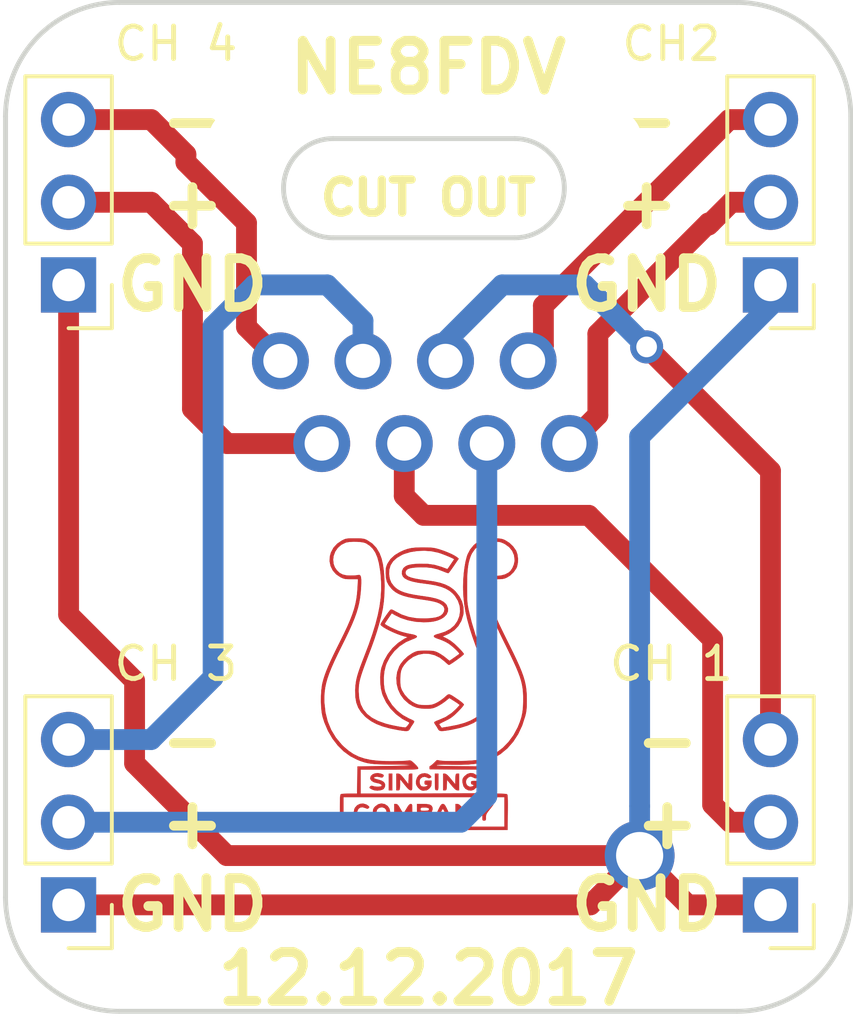
<source format=kicad_pcb>
(kicad_pcb (version 4) (host pcbnew 4.0.6)

  (general
    (links 0)
    (no_connects 0)
    (area 121.674999 83.624999 147.825001 114.775001)
    (thickness 1.6)
    (drawings 27)
    (tracks 62)
    (zones 0)
    (modules 7)
    (nets 10)
  )

  (page USLetter)
  (title_block
    (title "NE8FDV Breakout")
    (date 2017-09-06)
    (rev 1)
  )

  (layers
    (0 F.Cu signal)
    (31 B.Cu signal)
    (32 B.Adhes user)
    (33 F.Adhes user)
    (34 B.Paste user)
    (35 F.Paste user)
    (36 B.SilkS user)
    (37 F.SilkS user)
    (38 B.Mask user)
    (39 F.Mask user)
    (40 Dwgs.User user)
    (41 Cmts.User user)
    (42 Eco1.User user)
    (43 Eco2.User user)
    (44 Edge.Cuts user)
    (45 Margin user)
    (46 B.CrtYd user)
    (47 F.CrtYd user)
    (48 B.Fab user)
    (49 F.Fab user hide)
  )

  (setup
    (last_trace_width 0.25)
    (trace_clearance 0.2)
    (zone_clearance 0.508)
    (zone_45_only no)
    (trace_min 0.2)
    (segment_width 0.2)
    (edge_width 0.15)
    (via_size 0.6)
    (via_drill 0.4)
    (via_min_size 0.4)
    (via_min_drill 0.3)
    (uvia_size 0.3)
    (uvia_drill 0.1)
    (uvias_allowed no)
    (uvia_min_size 0.2)
    (uvia_min_drill 0.1)
    (pcb_text_width 0.3)
    (pcb_text_size 1.5 1.5)
    (mod_edge_width 0.15)
    (mod_text_size 1 1)
    (mod_text_width 0.15)
    (pad_size 6.6 2)
    (pad_drill 6.6)
    (pad_to_mask_clearance 0.2)
    (aux_axis_origin 190.5 107.95)
    (grid_origin 190.5 107.95)
    (visible_elements FFFFFF7F)
    (pcbplotparams
      (layerselection 0x00030_80000001)
      (usegerberextensions false)
      (excludeedgelayer true)
      (linewidth 0.100000)
      (plotframeref false)
      (viasonmask false)
      (mode 1)
      (useauxorigin false)
      (hpglpennumber 1)
      (hpglpenspeed 20)
      (hpglpendiameter 15)
      (hpglpenoverlay 2)
      (psnegative false)
      (psa4output false)
      (plotreference true)
      (plotvalue true)
      (plotinvisibletext false)
      (padsonsilk false)
      (subtractmaskfromsilk false)
      (outputformat 1)
      (mirror false)
      (drillshape 1)
      (scaleselection 1)
      (outputdirectory ""))
  )

  (net 0 "")
  (net 1 "Net-(J1-Pad1)")
  (net 2 "Net-(J1-Pad2)")
  (net 3 "Net-(J1-Pad3)")
  (net 4 "Net-(J2-Pad2)")
  (net 5 "Net-(J2-Pad3)")
  (net 6 "Net-(J3-Pad2)")
  (net 7 "Net-(J3-Pad3)")
  (net 8 "Net-(J4-Pad2)")
  (net 9 "Net-(J4-Pad3)")

  (net_class Default "This is the default net class."
    (clearance 0.2)
    (trace_width 0.25)
    (via_dia 0.6)
    (via_drill 0.4)
    (uvia_dia 0.3)
    (uvia_drill 0.1)
  )

  (net_class Audio ""
    (clearance 0.38608)
    (trace_width 0.64008)
    (via_dia 1.27)
    (via_drill 0.635)
    (uvia_dia 0.3)
    (uvia_drill 0.1)
    (add_net "Net-(J1-Pad1)")
    (add_net "Net-(J1-Pad2)")
    (add_net "Net-(J1-Pad3)")
    (add_net "Net-(J2-Pad2)")
    (add_net "Net-(J2-Pad3)")
    (add_net "Net-(J3-Pad2)")
    (add_net "Net-(J3-Pad3)")
    (add_net "Net-(J4-Pad2)")
    (add_net "Net-(J4-Pad3)")
  )

  (module Pin_Headers:Pin_Header_Straight_1x03_Pitch2.54mm (layer F.Cu) (tedit 59B0712A) (tstamp 59B04F1E)
    (at 145.28 111.43 180)
    (descr "Through hole straight pin header, 1x03, 2.54mm pitch, single row")
    (tags "Through hole pin header THT 1x03 2.54mm single row")
    (path /59B06577)
    (fp_text reference J1 (at 0 -2.33 180) (layer F.Fab)
      (effects (font (size 1 1) (thickness 0.15)))
    )
    (fp_text value "CH 1" (at 3.05 7.41 180) (layer F.SilkS)
      (effects (font (size 1 1) (thickness 0.15)))
    )
    (fp_line (start -0.635 -1.27) (end 1.27 -1.27) (layer F.Fab) (width 0.1))
    (fp_line (start 1.27 -1.27) (end 1.27 6.35) (layer F.Fab) (width 0.1))
    (fp_line (start 1.27 6.35) (end -1.27 6.35) (layer F.Fab) (width 0.1))
    (fp_line (start -1.27 6.35) (end -1.27 -0.635) (layer F.Fab) (width 0.1))
    (fp_line (start -1.27 -0.635) (end -0.635 -1.27) (layer F.Fab) (width 0.1))
    (fp_line (start -1.33 6.41) (end 1.33 6.41) (layer F.SilkS) (width 0.12))
    (fp_line (start -1.33 1.27) (end -1.33 6.41) (layer F.SilkS) (width 0.12))
    (fp_line (start 1.33 1.27) (end 1.33 6.41) (layer F.SilkS) (width 0.12))
    (fp_line (start -1.33 1.27) (end 1.33 1.27) (layer F.SilkS) (width 0.12))
    (fp_line (start -1.33 0) (end -1.33 -1.33) (layer F.SilkS) (width 0.12))
    (fp_line (start -1.33 -1.33) (end 0 -1.33) (layer F.SilkS) (width 0.12))
    (fp_line (start -1.8 -1.8) (end -1.8 6.85) (layer F.CrtYd) (width 0.05))
    (fp_line (start -1.8 6.85) (end 1.8 6.85) (layer F.CrtYd) (width 0.05))
    (fp_line (start 1.8 6.85) (end 1.8 -1.8) (layer F.CrtYd) (width 0.05))
    (fp_line (start 1.8 -1.8) (end -1.8 -1.8) (layer F.CrtYd) (width 0.05))
    (fp_text user %R (at 0 2.54 270) (layer F.Fab)
      (effects (font (size 1 1) (thickness 0.15)))
    )
    (pad 1 thru_hole rect (at 0 0 180) (size 1.7 1.7) (drill 1) (layers *.Cu *.Mask)
      (net 1 "Net-(J1-Pad1)"))
    (pad 2 thru_hole oval (at 0 2.54 180) (size 1.7 1.7) (drill 1) (layers *.Cu *.Mask)
      (net 2 "Net-(J1-Pad2)"))
    (pad 3 thru_hole oval (at 0 5.08 180) (size 1.7 1.7) (drill 1) (layers *.Cu *.Mask)
      (net 3 "Net-(J1-Pad3)"))
    (model ${KISYS3DMOD}/Pin_Headers.3dshapes/Pin_Header_Straight_1x03_Pitch2.54mm.wrl
      (at (xyz 0 0 0))
      (scale (xyz 1 1 1))
      (rotate (xyz 0 0 0))
    )
  )

  (module Pin_Headers:Pin_Header_Straight_1x03_Pitch2.54mm (layer F.Cu) (tedit 59B0713D) (tstamp 59B04F35)
    (at 145.28 92.38 180)
    (descr "Through hole straight pin header, 1x03, 2.54mm pitch, single row")
    (tags "Through hole pin header THT 1x03 2.54mm single row")
    (path /59B065BD)
    (fp_text reference J2 (at 0 -2.33 180) (layer F.Fab)
      (effects (font (size 1 1) (thickness 0.15)))
    )
    (fp_text value CH2 (at 3.05 7.41 180) (layer F.SilkS)
      (effects (font (size 1 1) (thickness 0.15)))
    )
    (fp_line (start -0.635 -1.27) (end 1.27 -1.27) (layer F.Fab) (width 0.1))
    (fp_line (start 1.27 -1.27) (end 1.27 6.35) (layer F.Fab) (width 0.1))
    (fp_line (start 1.27 6.35) (end -1.27 6.35) (layer F.Fab) (width 0.1))
    (fp_line (start -1.27 6.35) (end -1.27 -0.635) (layer F.Fab) (width 0.1))
    (fp_line (start -1.27 -0.635) (end -0.635 -1.27) (layer F.Fab) (width 0.1))
    (fp_line (start -1.33 6.41) (end 1.33 6.41) (layer F.SilkS) (width 0.12))
    (fp_line (start -1.33 1.27) (end -1.33 6.41) (layer F.SilkS) (width 0.12))
    (fp_line (start 1.33 1.27) (end 1.33 6.41) (layer F.SilkS) (width 0.12))
    (fp_line (start -1.33 1.27) (end 1.33 1.27) (layer F.SilkS) (width 0.12))
    (fp_line (start -1.33 0) (end -1.33 -1.33) (layer F.SilkS) (width 0.12))
    (fp_line (start -1.33 -1.33) (end 0 -1.33) (layer F.SilkS) (width 0.12))
    (fp_line (start -1.8 -1.8) (end -1.8 6.85) (layer F.CrtYd) (width 0.05))
    (fp_line (start -1.8 6.85) (end 1.8 6.85) (layer F.CrtYd) (width 0.05))
    (fp_line (start 1.8 6.85) (end 1.8 -1.8) (layer F.CrtYd) (width 0.05))
    (fp_line (start 1.8 -1.8) (end -1.8 -1.8) (layer F.CrtYd) (width 0.05))
    (fp_text user %R (at 0 2.54 360) (layer F.Fab)
      (effects (font (size 1 1) (thickness 0.15)))
    )
    (pad 1 thru_hole rect (at 0 0 180) (size 1.7 1.7) (drill 1) (layers *.Cu *.Mask)
      (net 1 "Net-(J1-Pad1)"))
    (pad 2 thru_hole oval (at 0 2.54 180) (size 1.7 1.7) (drill 1) (layers *.Cu *.Mask)
      (net 4 "Net-(J2-Pad2)"))
    (pad 3 thru_hole oval (at 0 5.08 180) (size 1.7 1.7) (drill 1) (layers *.Cu *.Mask)
      (net 5 "Net-(J2-Pad3)"))
    (model ${KISYS3DMOD}/Pin_Headers.3dshapes/Pin_Header_Straight_1x03_Pitch2.54mm.wrl
      (at (xyz 0 0 0))
      (scale (xyz 1 1 1))
      (rotate (xyz 0 0 0))
    )
  )

  (module Pin_Headers:Pin_Header_Straight_1x03_Pitch2.54mm (layer F.Cu) (tedit 59B07130) (tstamp 59B04F4C)
    (at 123.69 111.43 180)
    (descr "Through hole straight pin header, 1x03, 2.54mm pitch, single row")
    (tags "Through hole pin header THT 1x03 2.54mm single row")
    (path /59B065F3)
    (fp_text reference J3 (at 0 -2.33 180) (layer F.Fab)
      (effects (font (size 1 1) (thickness 0.15)))
    )
    (fp_text value "CH 3" (at -3.3 7.41 180) (layer F.SilkS)
      (effects (font (size 1 1) (thickness 0.15)))
    )
    (fp_line (start -0.635 -1.27) (end 1.27 -1.27) (layer F.Fab) (width 0.1))
    (fp_line (start 1.27 -1.27) (end 1.27 6.35) (layer F.Fab) (width 0.1))
    (fp_line (start 1.27 6.35) (end -1.27 6.35) (layer F.Fab) (width 0.1))
    (fp_line (start -1.27 6.35) (end -1.27 -0.635) (layer F.Fab) (width 0.1))
    (fp_line (start -1.27 -0.635) (end -0.635 -1.27) (layer F.Fab) (width 0.1))
    (fp_line (start -1.33 6.41) (end 1.33 6.41) (layer F.SilkS) (width 0.12))
    (fp_line (start -1.33 1.27) (end -1.33 6.41) (layer F.SilkS) (width 0.12))
    (fp_line (start 1.33 1.27) (end 1.33 6.41) (layer F.SilkS) (width 0.12))
    (fp_line (start -1.33 1.27) (end 1.33 1.27) (layer F.SilkS) (width 0.12))
    (fp_line (start -1.33 0) (end -1.33 -1.33) (layer F.SilkS) (width 0.12))
    (fp_line (start -1.33 -1.33) (end 0 -1.33) (layer F.SilkS) (width 0.12))
    (fp_line (start -1.8 -1.8) (end -1.8 6.85) (layer F.CrtYd) (width 0.05))
    (fp_line (start -1.8 6.85) (end 1.8 6.85) (layer F.CrtYd) (width 0.05))
    (fp_line (start 1.8 6.85) (end 1.8 -1.8) (layer F.CrtYd) (width 0.05))
    (fp_line (start 1.8 -1.8) (end -1.8 -1.8) (layer F.CrtYd) (width 0.05))
    (fp_text user %R (at 0 2.54 270) (layer F.Fab)
      (effects (font (size 1 1) (thickness 0.15)))
    )
    (pad 1 thru_hole rect (at 0 0 180) (size 1.7 1.7) (drill 1) (layers *.Cu *.Mask)
      (net 1 "Net-(J1-Pad1)"))
    (pad 2 thru_hole oval (at 0 2.54 180) (size 1.7 1.7) (drill 1) (layers *.Cu *.Mask)
      (net 6 "Net-(J3-Pad2)"))
    (pad 3 thru_hole oval (at 0 5.08 180) (size 1.7 1.7) (drill 1) (layers *.Cu *.Mask)
      (net 7 "Net-(J3-Pad3)"))
    (model ${KISYS3DMOD}/Pin_Headers.3dshapes/Pin_Header_Straight_1x03_Pitch2.54mm.wrl
      (at (xyz 0 0 0))
      (scale (xyz 1 1 1))
      (rotate (xyz 0 0 0))
    )
  )

  (module Pin_Headers:Pin_Header_Straight_1x03_Pitch2.54mm (layer F.Cu) (tedit 59B07136) (tstamp 59B04F63)
    (at 123.69 92.38 180)
    (descr "Through hole straight pin header, 1x03, 2.54mm pitch, single row")
    (tags "Through hole pin header THT 1x03 2.54mm single row")
    (path /59B06623)
    (fp_text reference J4 (at 0 -2.33 180) (layer F.Fab)
      (effects (font (size 1 1) (thickness 0.15)))
    )
    (fp_text value "CH 4" (at -3.3 7.41 180) (layer F.SilkS)
      (effects (font (size 1 1) (thickness 0.15)))
    )
    (fp_line (start -0.635 -1.27) (end 1.27 -1.27) (layer F.Fab) (width 0.1))
    (fp_line (start 1.27 -1.27) (end 1.27 6.35) (layer F.Fab) (width 0.1))
    (fp_line (start 1.27 6.35) (end -1.27 6.35) (layer F.Fab) (width 0.1))
    (fp_line (start -1.27 6.35) (end -1.27 -0.635) (layer F.Fab) (width 0.1))
    (fp_line (start -1.27 -0.635) (end -0.635 -1.27) (layer F.Fab) (width 0.1))
    (fp_line (start -1.33 6.41) (end 1.33 6.41) (layer F.SilkS) (width 0.12))
    (fp_line (start -1.33 1.27) (end -1.33 6.41) (layer F.SilkS) (width 0.12))
    (fp_line (start 1.33 1.27) (end 1.33 6.41) (layer F.SilkS) (width 0.12))
    (fp_line (start -1.33 1.27) (end 1.33 1.27) (layer F.SilkS) (width 0.12))
    (fp_line (start -1.33 0) (end -1.33 -1.33) (layer F.SilkS) (width 0.12))
    (fp_line (start -1.33 -1.33) (end 0 -1.33) (layer F.SilkS) (width 0.12))
    (fp_line (start -1.8 -1.8) (end -1.8 6.85) (layer F.CrtYd) (width 0.05))
    (fp_line (start -1.8 6.85) (end 1.8 6.85) (layer F.CrtYd) (width 0.05))
    (fp_line (start 1.8 6.85) (end 1.8 -1.8) (layer F.CrtYd) (width 0.05))
    (fp_line (start 1.8 -1.8) (end -1.8 -1.8) (layer F.CrtYd) (width 0.05))
    (fp_text user %R (at 0 2.54 270) (layer F.Fab)
      (effects (font (size 1 1) (thickness 0.15)))
    )
    (pad 1 thru_hole rect (at 0 0 180) (size 1.7 1.7) (drill 1) (layers *.Cu *.Mask)
      (net 1 "Net-(J1-Pad1)"))
    (pad 2 thru_hole oval (at 0 2.54 180) (size 1.7 1.7) (drill 1) (layers *.Cu *.Mask)
      (net 8 "Net-(J4-Pad2)"))
    (pad 3 thru_hole oval (at 0 5.08 180) (size 1.7 1.7) (drill 1) (layers *.Cu *.Mask)
      (net 9 "Net-(J4-Pad3)"))
    (model ${KISYS3DMOD}/Pin_Headers.3dshapes/Pin_Header_Straight_1x03_Pitch2.54mm.wrl
      (at (xyz 0 0 0))
      (scale (xyz 1 1 1))
      (rotate (xyz 0 0 0))
    )
  )

  (module NeutrikSnakeLib:NE8FDV-noHole (layer F.Cu) (tedit 59B0B669) (tstamp 59B04F79)
    (at 126.23 99.365)
    (path /59B064FE)
    (fp_text reference J5 (at 5.84 1.365) (layer F.Fab)
      (effects (font (size 1 1) (thickness 0.15)))
    )
    (fp_text value RJ45 (at 5.27 0.085) (layer F.Fab)
      (effects (font (size 1 1) (thickness 0.15)))
    )
    (fp_line (start 21.425 -15.5) (end 21.425 15.5) (layer F.Fab) (width 0.15))
    (fp_line (start -4.575 -15.5) (end -4.575 15.5) (layer F.Fab) (width 0.15))
    (fp_line (start 21.425 15.5) (end -4.575 15.5) (layer F.Fab) (width 0.15))
    (fp_line (start -4.575 -15.5) (end 21.425 -15.5) (layer F.Fab) (width 0.15))
    (pad 1 thru_hole circle (at 12.865 -2.11) (size 1.75 1.75) (drill 1.05) (layers *.Cu *.Mask)
      (net 4 "Net-(J2-Pad2)"))
    (pad 2 thru_hole circle (at 11.595 -4.65) (size 1.75 1.75) (drill 1.05) (layers *.Cu *.Mask)
      (net 5 "Net-(J2-Pad3)"))
    (pad 3 thru_hole circle (at 10.325 -2.11) (size 1.75 1.75) (drill 1.05) (layers *.Cu *.Mask)
      (net 6 "Net-(J3-Pad2)"))
    (pad 4 thru_hole circle (at 9.055 -4.65) (size 1.75 1.75) (drill 1.05) (layers *.Cu *.Mask)
      (net 3 "Net-(J1-Pad3)"))
    (pad 5 thru_hole circle (at 7.785 -2.11) (size 1.75 1.75) (drill 1.05) (layers *.Cu *.Mask)
      (net 2 "Net-(J1-Pad2)"))
    (pad 6 thru_hole circle (at 6.515 -4.65) (size 1.75 1.75) (drill 1.05) (layers *.Cu *.Mask)
      (net 7 "Net-(J3-Pad3)"))
    (pad 7 thru_hole circle (at 5.245 -2.11) (size 1.75 1.75) (drill 1.05) (layers *.Cu *.Mask)
      (net 8 "Net-(J4-Pad2)"))
    (pad 8 thru_hole circle (at 3.975 -4.65) (size 1.75 1.75) (drill 1.05) (layers *.Cu *.Mask)
      (net 9 "Net-(J4-Pad3)"))
    (pad 9 thru_hole circle (at 15.025 10.55) (size 2.15 2.15) (drill 1.45) (layers *.Cu *.Mask)
      (net 1 "Net-(J1-Pad1)"))
    (pad "" np_thru_hole circle (at 2.625 -11.5) (size 1.7 1.7) (drill 1.7) (layers *.Cu *.Mask))
    (pad "" np_thru_hole circle (at 0 0) (size 1.7 1.7) (drill 1.7) (layers *.Cu *.Mask))
    (pad "" np_thru_hole circle (at 16.85 0) (size 1.7 1.7) (drill 1.7) (layers *.Cu *.Mask))
    (pad "" np_thru_hole circle (at 14.225 -11.5) (size 1.7 1.7) (drill 1.7) (layers *.Cu *.Mask))
  )

  (module logo:TSC (layer F.Cu) (tedit 59B07D79) (tstamp 5A30655D)
    (at 134.62 104.648)
    (fp_text reference G*** (at 0 0) (layer F.Cu) hide
      (effects (font (thickness 0.3)))
    )
    (fp_text value LOGO (at 0.75 0) (layer F.Cu) hide
      (effects (font (thickness 0.3)))
    )
    (fp_poly (pts (xy 2.230644 -4.476001) (xy 2.312825 -4.472736) (xy 2.373733 -4.46543) (xy 2.423894 -4.452558)
      (xy 2.473833 -4.432596) (xy 2.497666 -4.421544) (xy 2.625151 -4.34191) (xy 2.739248 -4.234662)
      (xy 2.826831 -4.112618) (xy 2.840293 -4.086988) (xy 2.874949 -3.982306) (xy 2.890471 -3.858727)
      (xy 2.886836 -3.731979) (xy 2.864017 -3.617787) (xy 2.841115 -3.561854) (xy 2.757933 -3.441509)
      (xy 2.649865 -3.339175) (xy 2.541892 -3.272864) (xy 2.483826 -3.250307) (xy 2.420465 -3.236528)
      (xy 2.339259 -3.229685) (xy 2.235414 -3.227933) (xy 2.026078 -3.227917) (xy 2.039048 -2.963333)
      (xy 2.072492 -2.633569) (xy 2.141205 -2.314308) (xy 2.247518 -1.995404) (xy 2.27981 -1.915583)
      (xy 2.302793 -1.864373) (xy 2.341945 -1.781352) (xy 2.394361 -1.672505) (xy 2.457136 -1.543813)
      (xy 2.527362 -1.401258) (xy 2.602133 -1.250823) (xy 2.62429 -1.2065) (xy 2.746271 -0.959953)
      (xy 2.848861 -0.745207) (xy 2.933649 -0.557295) (xy 3.002225 -0.39125) (xy 3.056176 -0.242104)
      (xy 3.097093 -0.10489) (xy 3.126565 0.025361) (xy 3.146179 0.153615) (xy 3.157525 0.28484)
      (xy 3.162192 0.424003) (xy 3.162542 0.47625) (xy 3.161488 0.614849) (xy 3.157272 0.722802)
      (xy 3.148787 0.811746) (xy 3.134926 0.893318) (xy 3.114825 0.978233) (xy 3.020235 1.27056)
      (xy 2.896521 1.534209) (xy 2.744509 1.768068) (xy 2.565028 1.971025) (xy 2.358903 2.141969)
      (xy 2.159684 2.26319) (xy 2.020451 2.328659) (xy 1.877499 2.380636) (xy 1.724568 2.420142)
      (xy 1.555396 2.448199) (xy 1.363721 2.465827) (xy 1.143281 2.474047) (xy 0.887816 2.473882)
      (xy 0.86963 2.473602) (xy 0.707256 2.471526) (xy 0.583079 2.471324) (xy 0.492998 2.473156)
      (xy 0.432912 2.477177) (xy 0.398719 2.483545) (xy 0.386407 2.492128) (xy 0.392823 2.499063)
      (xy 0.419192 2.504901) (xy 0.468636 2.509762) (xy 0.54428 2.513765) (xy 0.649247 2.517031)
      (xy 0.786661 2.51968) (xy 0.959645 2.521834) (xy 1.171324 2.523612) (xy 1.21011 2.523878)
      (xy 2.042583 2.529417) (xy 2.048322 2.947458) (xy 2.054061 3.3655) (xy 2.291739 3.365824)
      (xy 2.389743 3.367405) (xy 2.473224 3.371443) (xy 2.532408 3.377295) (xy 2.556246 3.383178)
      (xy 2.564807 3.398183) (xy 2.571199 3.433584) (xy 2.575576 3.493421) (xy 2.578092 3.581737)
      (xy 2.578901 3.702574) (xy 2.578157 3.859973) (xy 2.577413 3.938479) (xy 2.57175 4.47675)
      (xy 0.008903 4.482126) (xy -0.317029 4.482694) (xy -0.631182 4.483017) (xy -0.930963 4.483103)
      (xy -1.213776 4.482961) (xy -1.477027 4.4826) (xy -1.718122 4.482029) (xy -1.934467 4.481257)
      (xy -2.123467 4.480292) (xy -2.282528 4.479144) (xy -2.409055 4.477822) (xy -2.500454 4.476333)
      (xy -2.554131 4.474688) (xy -2.568138 4.473306) (xy -2.572013 4.449088) (xy -2.575485 4.388382)
      (xy -2.578402 4.29703) (xy -2.580614 4.180876) (xy -2.581968 4.045765) (xy -2.582334 3.925153)
      (xy -2.582063 3.759113) (xy -2.581054 3.630578) (xy -2.579012 3.534725) (xy -2.57587 3.471333)
      (xy -2.4765 3.471333) (xy -2.4765 4.3815) (xy 2.4765 4.3815) (xy 2.4765 3.471333)
      (xy -2.4765 3.471333) (xy -2.57587 3.471333) (xy -2.575641 3.466728) (xy -2.570645 3.421762)
      (xy -2.563729 3.395003) (xy -2.554598 3.381626) (xy -2.548853 3.378348) (xy -2.514768 3.373084)
      (xy -2.448678 3.368864) (xy -2.360908 3.36619) (xy -2.284717 3.3655) (xy -2.054062 3.3655)
      (xy -2.048323 2.947458) (xy -2.042584 2.529417) (xy -1.2065 2.518833) (xy -0.98504 2.515376)
      (xy -0.798264 2.511163) (xy -0.646864 2.506372) (xy -0.531529 2.501181) (xy -0.452949 2.495768)
      (xy -0.411814 2.49031) (xy -0.408813 2.484984) (xy -0.444637 2.47997) (xy -0.519976 2.475444)
      (xy -0.635519 2.471585) (xy -0.791957 2.46857) (xy -0.989979 2.466576) (xy -1.003375 2.466492)
      (xy -1.203954 2.464444) (xy -1.36914 2.460345) (xy -1.505858 2.453233) (xy -1.621036 2.442145)
      (xy -1.721598 2.426119) (xy -1.814471 2.404192) (xy -1.906581 2.375401) (xy -2.004853 2.338784)
      (xy -2.048708 2.321215) (xy -2.265462 2.210762) (xy -2.466738 2.063407) (xy -2.649713 1.882647)
      (xy -2.811567 1.671976) (xy -2.949478 1.434891) (xy -3.060625 1.174886) (xy -3.11628 0.998547)
      (xy -3.141828 0.870177) (xy -3.158275 0.712532) (xy -3.165618 0.537678) (xy -3.164238 0.396448)
      (xy -3.06621 0.396448) (xy -3.064743 0.542647) (xy -3.063398 0.576559) (xy -3.030965 0.871628)
      (xy -2.960973 1.14861) (xy -2.85401 1.406191) (xy -2.710661 1.643059) (xy -2.531511 1.857897)
      (xy -2.46147 1.9267) (xy -2.317529 2.048958) (xy -2.169048 2.148679) (xy -2.010507 2.227544)
      (xy -1.836384 2.287236) (xy -1.64116 2.329435) (xy -1.419312 2.355823) (xy -1.165321 2.368082)
      (xy -1.007936 2.369405) (xy -0.873732 2.368147) (xy -0.747289 2.36542) (xy -0.63738 2.36153)
      (xy -0.55278 2.356784) (xy -0.504162 2.351814) (xy -0.453297 2.344711) (xy -0.416068 2.347126)
      (xy -0.380781 2.3642) (xy -0.335742 2.401076) (xy -0.284899 2.448224) (xy -0.216735 2.517935)
      (xy -0.181084 2.568242) (xy -0.176949 2.592814) (xy -0.184399 2.600739) (xy -0.202553 2.607259)
      (xy -0.235106 2.612505) (xy -0.285748 2.616608) (xy -0.358173 2.619702) (xy -0.456072 2.621918)
      (xy -0.583139 2.623388) (xy -0.743064 2.624244) (xy -0.939541 2.624618) (xy -1.068253 2.624667)
      (xy -1.947334 2.624667) (xy -1.947334 3.365721) (xy 1.93675 3.354917) (xy 1.94254 2.990024)
      (xy 1.94833 2.625132) (xy 1.064123 2.619607) (xy 0.179916 2.614083) (xy 0.173152 2.566458)
      (xy 0.17596 2.529602) (xy 0.188215 2.518833) (xy 0.213829 2.505057) (xy 0.258618 2.469208)
      (xy 0.304937 2.426605) (xy 0.399834 2.334376) (xy 0.522708 2.354196) (xy 0.580805 2.359676)
      (xy 0.67286 2.363654) (xy 0.790518 2.365986) (xy 0.925426 2.366528) (xy 1.06923 2.365135)
      (xy 1.11125 2.364352) (xy 1.312087 2.358409) (xy 1.47821 2.348948) (xy 1.617176 2.33478)
      (xy 1.73654 2.314718) (xy 1.843858 2.287572) (xy 1.946685 2.252155) (xy 2.021416 2.221202)
      (xy 2.232209 2.106578) (xy 2.428531 1.955838) (xy 2.605476 1.774102) (xy 2.758137 1.566494)
      (xy 2.881608 1.338133) (xy 2.893832 1.310501) (xy 2.957215 1.15287) (xy 3.002421 1.010379)
      (xy 3.032158 0.869492) (xy 3.049134 0.716671) (xy 3.056057 0.538379) (xy 3.056481 0.497417)
      (xy 3.05557 0.364396) (xy 3.049984 0.242099) (xy 3.038225 0.125884) (xy 3.018795 0.011112)
      (xy 2.990195 -0.106857) (xy 2.950928 -0.232664) (xy 2.899494 -0.370948) (xy 2.834396 -0.526349)
      (xy 2.754135 -0.703508) (xy 2.657213 -0.907064) (xy 2.542131 -1.141657) (xy 2.49942 -1.227667)
      (xy 2.387556 -1.454756) (xy 2.294073 -1.650302) (xy 2.216802 -1.819769) (xy 2.153571 -1.968625)
      (xy 2.102211 -2.102334) (xy 2.06055 -2.226364) (xy 2.02642 -2.34618) (xy 1.997649 -2.467248)
      (xy 1.986932 -2.518351) (xy 1.97153 -2.610271) (xy 1.957949 -2.72112) (xy 1.946615 -2.842771)
      (xy 1.937957 -2.967095) (xy 1.932402 -3.085964) (xy 1.930379 -3.191253) (xy 1.932315 -3.274832)
      (xy 1.938638 -3.328573) (xy 1.943585 -3.341725) (xy 1.96254 -3.357437) (xy 1.995988 -3.359705)
      (xy 2.055484 -3.34876) (xy 2.074406 -3.344316) (xy 2.217764 -3.325399) (xy 2.360799 -3.334353)
      (xy 2.493277 -3.368905) (xy 2.604963 -3.426779) (xy 2.660394 -3.474565) (xy 2.72165 -3.562801)
      (xy 2.768205 -3.672447) (xy 2.792025 -3.783109) (xy 2.793535 -3.812631) (xy 2.774292 -3.962333)
      (xy 2.71684 -4.096772) (xy 2.623816 -4.211811) (xy 2.497855 -4.303312) (xy 2.472341 -4.316737)
      (xy 2.410399 -4.346081) (xy 2.357692 -4.364933) (xy 2.301636 -4.375588) (xy 2.229645 -4.380343)
      (xy 2.129136 -4.381495) (xy 2.117441 -4.3815) (xy 2.011474 -4.380362) (xy 1.935749 -4.375637)
      (xy 1.878207 -4.365359) (xy 1.826787 -4.347562) (xy 1.782625 -4.326924) (xy 1.666199 -4.249365)
      (xy 1.559703 -4.14247) (xy 1.474715 -4.019205) (xy 1.438285 -3.941268) (xy 1.402877 -3.838536)
      (xy 1.375285 -3.734956) (xy 1.354655 -3.623428) (xy 1.340137 -3.496854) (xy 1.330878 -3.348136)
      (xy 1.326027 -3.170173) (xy 1.324737 -2.995083) (xy 1.324881 -2.834113) (xy 1.326163 -2.707103)
      (xy 1.329214 -2.605684) (xy 1.334664 -2.521486) (xy 1.343141 -2.44614) (xy 1.355276 -2.371275)
      (xy 1.371698 -2.288523) (xy 1.381261 -2.243667) (xy 1.467688 -1.894327) (xy 1.57918 -1.527371)
      (xy 1.711712 -1.155939) (xy 1.724887 -1.121833) (xy 1.800053 -0.928319) (xy 1.861475 -0.769539)
      (xy 1.910861 -0.640814) (xy 1.949917 -0.537466) (xy 1.980354 -0.454818) (xy 2.003879 -0.38819)
      (xy 2.022199 -0.332904) (xy 2.037023 -0.284282) (xy 2.05006 -0.237646) (xy 2.056326 -0.214051)
      (xy 2.088936 -0.055312) (xy 2.107866 0.112778) (xy 2.112561 0.277005) (xy 2.102461 0.42416)
      (xy 2.086789 0.508) (xy 2.042376 0.652657) (xy 1.98671 0.770874) (xy 1.910814 0.878482)
      (xy 1.821689 0.975443) (xy 1.687134 1.090275) (xy 1.528003 1.187976) (xy 1.340367 1.27021)
      (xy 1.120299 1.338639) (xy 0.86387 1.394923) (xy 0.805895 1.405208) (xy 0.680733 1.425585)
      (xy 0.590118 1.436779) (xy 0.527134 1.438148) (xy 0.484865 1.429053) (xy 0.456395 1.408853)
      (xy 0.434808 1.376909) (xy 0.431467 1.370542) (xy 0.395208 1.307479) (xy 0.357191 1.251722)
      (xy 0.35684 1.25127) (xy 0.328502 1.206924) (xy 0.317499 1.174873) (xy 0.336126 1.155989)
      (xy 0.385146 1.130641) (xy 0.454274 1.104077) (xy 0.460049 1.10216) (xy 0.665664 1.013403)
      (xy 0.854428 0.887084) (xy 0.973257 0.780189) (xy 1.031107 0.72077) (xy 1.075208 0.672487)
      (xy 1.09857 0.643112) (xy 1.100559 0.638598) (xy 1.083798 0.621765) (xy 1.039056 0.588742)
      (xy 0.974488 0.545388) (xy 0.941213 0.524117) (xy 0.781974 0.423817) (xy 0.661009 0.522345)
      (xy 0.574955 0.58511) (xy 0.475477 0.64714) (xy 0.402313 0.685989) (xy 0.331131 0.717525)
      (xy 0.270747 0.736924) (xy 0.206183 0.747071) (xy 0.122459 0.750851) (xy 0.0635 0.751261)
      (xy -0.093409 0.743982) (xy -0.223855 0.719154) (xy -0.341509 0.672696) (xy -0.460043 0.600528)
      (xy -0.473576 0.59095) (xy -0.610675 0.468188) (xy -0.717736 0.321459) (xy -0.793465 0.157228)
      (xy -0.836569 -0.018036) (xy -0.845755 -0.197867) (xy -0.819729 -0.375797) (xy -0.757199 -0.545358)
      (xy -0.715559 -0.619178) (xy -0.620147 -0.740522) (xy -0.497458 -0.85378) (xy -0.362255 -0.945904)
      (xy -0.321569 -0.967417) (xy -0.266589 -0.992868) (xy -0.217766 -1.00977) (xy -0.164141 -1.019851)
      (xy -0.09476 -1.024845) (xy 0.001334 -1.026481) (xy 0.052916 -1.026583) (xy 0.164944 -1.025733)
      (xy 0.245623 -1.022094) (xy 0.30592 -1.014041) (xy 0.356803 -0.999945) (xy 0.409241 -0.978179)
      (xy 0.423333 -0.971605) (xy 0.501818 -0.928293) (xy 0.590925 -0.869924) (xy 0.662981 -0.815743)
      (xy 0.786213 -0.714859) (xy 0.9344 -0.817031) (xy 1.002757 -0.864977) (xy 1.056486 -0.904194)
      (xy 1.086937 -0.928309) (xy 1.090532 -0.932061) (xy 1.081797 -0.954875) (xy 1.046982 -0.997232)
      (xy 0.993195 -1.052387) (xy 0.927543 -1.113601) (xy 0.857132 -1.17413) (xy 0.78907 -1.227233)
      (xy 0.752981 -1.252291) (xy 0.666134 -1.301272) (xy 0.561566 -1.349467) (xy 0.467231 -1.38462)
      (xy 0.381079 -1.41443) (xy 0.330296 -1.439342) (xy 0.308736 -1.462736) (xy 0.306916 -1.472736)
      (xy 0.316849 -1.495586) (xy 0.351375 -1.515863) (xy 0.41759 -1.537066) (xy 0.458694 -1.547617)
      (xy 0.653151 -1.610328) (xy 0.81217 -1.694827) (xy 0.937431 -1.802539) (xy 1.03061 -1.934888)
      (xy 1.09093 -2.084698) (xy 1.11645 -2.245742) (xy 1.101571 -2.407228) (xy 1.047824 -2.563762)
      (xy 0.956737 -2.709946) (xy 0.893211 -2.782026) (xy 0.79385 -2.866719) (xy 0.675266 -2.936547)
      (xy 0.532469 -2.993296) (xy 0.360468 -3.038752) (xy 0.154271 -3.0747) (xy 0.03175 -3.090243)
      (xy -0.182366 -3.120125) (xy -0.355915 -3.156578) (xy -0.490214 -3.200022) (xy -0.586581 -3.250878)
      (xy -0.644185 -3.306426) (xy -0.675538 -3.385173) (xy -0.673119 -3.472067) (xy -0.638435 -3.55186)
      (xy -0.617457 -3.5768) (xy -0.56578 -3.618887) (xy -0.502176 -3.650085) (xy -0.419301 -3.672286)
      (xy -0.309808 -3.687379) (xy -0.166353 -3.697254) (xy -0.145779 -3.698211) (xy 0.101599 -3.695635)
      (xy 0.327996 -3.663446) (xy 0.544251 -3.59995) (xy 0.585803 -3.583921) (xy 0.653986 -3.557989)
      (xy 0.704604 -3.541309) (xy 0.727155 -3.537324) (xy 0.72735 -3.537509) (xy 0.753008 -3.573579)
      (xy 0.790655 -3.628135) (xy 0.833685 -3.691386) (xy 0.875491 -3.753542) (xy 0.909468 -3.804813)
      (xy 0.929009 -3.835407) (xy 0.931333 -3.839819) (xy 0.912918 -3.853803) (xy 0.863527 -3.878677)
      (xy 0.791939 -3.910787) (xy 0.706933 -3.946475) (xy 0.617289 -3.982087) (xy 0.531787 -4.013967)
      (xy 0.459204 -4.038459) (xy 0.441706 -4.043692) (xy 0.236408 -4.086469) (xy 0.018086 -4.103341)
      (xy -0.202241 -4.094986) (xy -0.413559 -4.062081) (xy -0.604851 -4.005302) (xy -0.675455 -3.975032)
      (xy -0.83236 -3.883536) (xy -0.950024 -3.77678) (xy -1.029005 -3.653925) (xy -1.069864 -3.514135)
      (xy -1.074762 -3.376935) (xy -1.053405 -3.235095) (xy -1.006098 -3.117989) (xy -0.926944 -3.01307)
      (xy -0.883774 -2.970531) (xy -0.808399 -2.9114) (xy -0.717575 -2.860753) (xy -0.606336 -2.817058)
      (xy -0.469719 -2.778783) (xy -0.302758 -2.744396) (xy -0.100488 -2.712366) (xy -0.005048 -2.699409)
      (xy 0.202819 -2.666811) (xy 0.371786 -2.627819) (xy 0.504966 -2.581239) (xy 0.605475 -2.525874)
      (xy 0.676423 -2.460527) (xy 0.698614 -2.429069) (xy 0.737028 -2.330951) (xy 0.735104 -2.233851)
      (xy 0.694685 -2.142374) (xy 0.617615 -2.061122) (xy 0.529166 -2.005758) (xy 0.413005 -1.957587)
      (xy 0.286894 -1.926098) (xy 0.140021 -1.909274) (xy -0.011611 -1.905) (xy -0.255688 -1.920697)
      (xy -0.493908 -1.966057) (xy -0.7159 -2.038483) (xy -0.896444 -2.126529) (xy -0.989092 -2.180824)
      (xy -1.097796 -2.023578) (xy -1.145832 -1.952913) (xy -1.183009 -1.895978) (xy -1.203877 -1.86123)
      (xy -1.2065 -1.854952) (xy -1.188447 -1.836605) (xy -1.139941 -1.805971) (xy -1.069461 -1.767386)
      (xy -0.985487 -1.725189) (xy -0.896499 -1.683716) (xy -0.810975 -1.647304) (xy -0.769058 -1.631214)
      (xy -0.661558 -1.596848) (xy -0.540371 -1.565306) (xy -0.433917 -1.543811) (xy -0.319032 -1.521076)
      (xy -0.246417 -1.496159) (xy -0.216066 -1.469049) (xy -0.227971 -1.439732) (xy -0.282126 -1.408196)
      (xy -0.344208 -1.385108) (xy -0.555212 -1.294796) (xy -0.745779 -1.170623) (xy -0.911512 -1.016922)
      (xy -1.048015 -0.838028) (xy -1.150891 -0.638273) (xy -1.178694 -0.562558) (xy -1.218777 -0.395517)
      (xy -1.238115 -0.210082) (xy -1.236473 -0.021612) (xy -1.213616 0.154537) (xy -1.191044 0.243417)
      (xy -1.104563 0.451193) (xy -0.98234 0.642298) (xy -0.829472 0.811205) (xy -0.651059 0.952387)
      (xy -0.452198 1.060315) (xy -0.42838 1.070291) (xy -0.363634 1.099462) (xy -0.317062 1.125813)
      (xy -0.30049 1.141115) (xy -0.307561 1.170372) (xy -0.334083 1.216735) (xy -0.345197 1.232332)
      (xy -0.38962 1.297595) (xy -0.428766 1.364346) (xy -0.431962 1.370542) (xy -0.453468 1.405062)
      (xy -0.481286 1.427275) (xy -0.522431 1.437884) (xy -0.583921 1.437593) (xy -0.672775 1.427105)
      (xy -0.79601 1.407124) (xy -0.79627 1.40708) (xy -1.051691 1.35588) (xy -1.270487 1.295408)
      (xy -1.45775 1.223579) (xy -1.618574 1.138308) (xy -1.758052 1.03751) (xy -1.808661 0.992701)
      (xy -1.9301 0.860986) (xy -2.018855 0.720734) (xy -2.077251 0.565455) (xy -2.10761 0.388658)
      (xy -2.112256 0.183851) (xy -2.110793 0.148562) (xy -2.103409 0.042535) (xy -2.090903 -0.058308)
      (xy -2.071468 -0.160494) (xy -2.043292 -0.270551) (xy -2.004565 -0.395007) (xy -1.953477 -0.540388)
      (xy -1.888218 -0.713223) (xy -1.831866 -0.85725) (xy -1.694751 -1.216412) (xy -1.580023 -1.544907)
      (xy -1.486817 -1.847441) (xy -1.414268 -2.128722) (xy -1.361512 -2.393458) (xy -1.327681 -2.646356)
      (xy -1.311912 -2.892124) (xy -1.313339 -3.135468) (xy -1.331096 -3.381097) (xy -1.345458 -3.503417)
      (xy -1.381594 -3.719184) (xy -1.429771 -3.898198) (xy -1.492344 -4.044917) (xy -1.57167 -4.163801)
      (xy -1.670103 -4.259306) (xy -1.783578 -4.332505) (xy -1.850103 -4.354668) (xy -1.946246 -4.370206)
      (xy -2.059757 -4.37875) (xy -2.178384 -4.379931) (xy -2.289877 -4.373379) (xy -2.381987 -4.358726)
      (xy -2.408274 -4.35132) (xy -2.540319 -4.286662) (xy -2.650077 -4.191419) (xy -2.73228 -4.072762)
      (xy -2.78166 -3.937862) (xy -2.794001 -3.826331) (xy -2.782201 -3.698045) (xy -2.743232 -3.590805)
      (xy -2.678129 -3.496864) (xy -2.597561 -3.419415) (xy -2.505072 -3.368999) (xy -2.391272 -3.341926)
      (xy -2.264834 -3.334476) (xy -2.174029 -3.336246) (xy -2.093038 -3.341592) (xy -2.036213 -3.349465)
      (xy -2.027027 -3.35184) (xy -1.986501 -3.356132) (xy -1.95764 -3.337162) (xy -1.939377 -3.290948)
      (xy -1.930645 -3.213513) (xy -1.93038 -3.100875) (xy -1.934307 -3.005667) (xy -1.946377 -2.830939)
      (xy -1.964739 -2.668061) (xy -1.991164 -2.511547) (xy -2.027425 -2.355907) (xy -2.075294 -2.195655)
      (xy -2.136544 -2.025304) (xy -2.212948 -1.839365) (xy -2.306276 -1.632351) (xy -2.418303 -1.398775)
      (xy -2.518258 -1.197691) (xy -2.64657 -0.938708) (xy -2.754614 -0.711294) (xy -2.84385 -0.510691)
      (xy -2.915741 -0.332139) (xy -2.97175 -0.170878) (xy -3.013339 -0.022148) (xy -3.04197 0.11881)
      (xy -3.059107 0.256755) (xy -3.06621 0.396448) (xy -3.164238 0.396448) (xy -3.163858 0.357684)
      (xy -3.152994 0.184617) (xy -3.133025 0.030544) (xy -3.116336 -0.049103) (xy -3.085425 -0.161697)
      (xy -3.048005 -0.277908) (xy -3.002016 -0.402565) (xy -2.945395 -0.540502) (xy -2.876082 -0.696552)
      (xy -2.792015 -0.875545) (xy -2.691134 -1.082315) (xy -2.58528 -1.294127) (xy -2.460618 -1.545834)
      (xy -2.356296 -1.767181) (xy -2.270472 -1.963868) (xy -2.201304 -2.141591) (xy -2.146949 -2.306048)
      (xy -2.105564 -2.462937) (xy -2.075309 -2.617955) (xy -2.054339 -2.776799) (xy -2.040813 -2.945167)
      (xy -2.038624 -2.984624) (xy -2.026057 -3.228164) (xy -2.236856 -3.228041) (xy -2.337775 -3.229103)
      (xy -2.409722 -3.234119) (xy -2.466033 -3.245621) (xy -2.520045 -3.266141) (xy -2.572599 -3.291793)
      (xy -2.702493 -3.380336) (xy -2.801671 -3.494152) (xy -2.867792 -3.627096) (xy -2.898516 -3.773028)
      (xy -2.891502 -3.925803) (xy -2.859088 -4.043781) (xy -2.781171 -4.190677) (xy -2.668779 -4.313679)
      (xy -2.536483 -4.404064) (xy -2.480487 -4.43373) (xy -2.434766 -4.453976) (xy -2.389191 -4.466601)
      (xy -2.333629 -4.473405) (xy -2.257951 -4.476187) (xy -2.152025 -4.476747) (xy -2.12725 -4.47675)
      (xy -2.011391 -4.476088) (xy -1.928109 -4.473196) (xy -1.867657 -4.466711) (xy -1.820289 -4.455275)
      (xy -1.776256 -4.437527) (xy -1.748578 -4.423893) (xy -1.593186 -4.321866) (xy -1.466288 -4.188882)
      (xy -1.36757 -4.02454) (xy -1.305082 -3.858204) (xy -1.265152 -3.684827) (xy -1.236259 -3.480267)
      (xy -1.218631 -3.25427) (xy -1.212499 -3.016584) (xy -1.218092 -2.776956) (xy -1.23564 -2.545132)
      (xy -1.265372 -2.330861) (xy -1.268673 -2.31266) (xy -1.312928 -2.106283) (xy -1.373286 -1.873312)
      (xy -1.446469 -1.624789) (xy -1.5292 -1.371756) (xy -1.618198 -1.125255) (xy -1.631671 -1.090083)
      (xy -1.719034 -0.862907) (xy -1.791956 -0.670555) (xy -1.851721 -0.50855) (xy -1.899615 -0.372414)
      (xy -1.936927 -0.257669) (xy -1.964941 -0.159837) (xy -1.984944 -0.074441) (xy -1.998223 0.002998)
      (xy -2.006064 0.076958) (xy -2.009753 0.151915) (xy -2.010583 0.228925) (xy -1.99473 0.436395)
      (xy -1.946978 0.619195) (xy -1.866127 0.778741) (xy -1.75098 0.916447) (xy -1.60034 1.033727)
      (xy -1.41301 1.131997) (xy -1.187791 1.212671) (xy -1.174594 1.216535) (xy -1.079198 1.241703)
      (xy -0.967198 1.267449) (xy -0.849739 1.291625) (xy -0.737966 1.312083) (xy -0.643023 1.326673)
      (xy -0.576056 1.333249) (xy -0.5683 1.333415) (xy -0.544289 1.319259) (xy -0.510945 1.284732)
      (xy -0.477469 1.241864) (xy -0.453065 1.202685) (xy -0.446934 1.179223) (xy -0.448932 1.177374)
      (xy -0.664639 1.064211) (xy -0.85822 0.920043) (xy -1.025284 0.749543) (xy -1.16144 0.557382)
      (xy -1.262296 0.348234) (xy -1.282636 0.29029) (xy -1.319656 0.134453) (xy -1.339699 -0.042475)
      (xy -1.342333 -0.224661) (xy -1.327126 -0.39627) (xy -1.304362 -0.506308) (xy -1.224939 -0.720612)
      (xy -1.110361 -0.922691) (xy -0.966125 -1.105722) (xy -0.797722 -1.262885) (xy -0.610649 -1.387359)
      (xy -0.582959 -1.401953) (xy -0.498077 -1.445257) (xy -0.603762 -1.472303) (xy -0.712059 -1.50461)
      (xy -0.828862 -1.547187) (xy -0.947461 -1.596684) (xy -1.061145 -1.64975) (xy -1.163202 -1.703037)
      (xy -1.246922 -1.753193) (xy -1.305594 -1.796868) (xy -1.332508 -1.830712) (xy -1.3335 -1.836612)
      (xy -1.321851 -1.864335) (xy -1.290809 -1.917426) (xy -1.246235 -1.987275) (xy -1.193986 -2.065273)
      (xy -1.139923 -2.142811) (xy -1.089905 -2.211279) (xy -1.049791 -2.262069) (xy -1.029054 -2.28395)
      (xy -1.003708 -2.29406) (xy -0.966544 -2.284726) (xy -0.907683 -2.253044) (xy -0.892521 -2.243822)
      (xy -0.68678 -2.136822) (xy -0.470371 -2.064018) (xy -0.237033 -2.023913) (xy 0.019494 -2.015012)
      (xy 0.059698 -2.016249) (xy 0.224426 -2.026716) (xy 0.353167 -2.045) (xy 0.451819 -2.072755)
      (xy 0.526276 -2.111632) (xy 0.581792 -2.162515) (xy 0.62509 -2.238766) (xy 0.633489 -2.316438)
      (xy 0.606753 -2.385216) (xy 0.587375 -2.406835) (xy 0.534369 -2.449437) (xy 0.473769 -2.484693)
      (xy 0.399306 -2.514495) (xy 0.304708 -2.540733) (xy 0.183707 -2.5653) (xy 0.030033 -2.590087)
      (xy -0.065371 -2.60376) (xy -0.288834 -2.638358) (xy -0.474926 -2.675496) (xy -0.628601 -2.716932)
      (xy -0.754814 -2.76442) (xy -0.85852 -2.819718) (xy -0.944672 -2.88458) (xy -0.993686 -2.93279)
      (xy -1.081051 -3.04154) (xy -1.136866 -3.149321) (xy -1.166303 -3.269712) (xy -1.174544 -3.407833)
      (xy -1.172536 -3.505595) (xy -1.164098 -3.577515) (xy -1.146011 -3.639967) (xy -1.115354 -3.708706)
      (xy -1.024751 -3.84526) (xy -0.896395 -3.963083) (xy -0.736271 -4.059096) (xy -0.613809 -4.114314)
      (xy -0.499776 -4.153694) (xy -0.38273 -4.179478) (xy -0.251227 -4.193912) (xy -0.093827 -4.199237)
      (xy -0.021167 -4.199321) (xy 0.10803 -4.197706) (xy 0.206578 -4.193567) (xy 0.286144 -4.18552)
      (xy 0.358397 -4.172181) (xy 0.435005 -4.152166) (xy 0.474141 -4.140572) (xy 0.604322 -4.097144)
      (xy 0.733492 -4.046971) (xy 0.851706 -3.99447) (xy 0.949023 -3.944061) (xy 1.015501 -3.900162)
      (xy 1.015997 -3.899753) (xy 1.068912 -3.856077) (xy 0.922387 -3.641531) (xy 0.864472 -3.55798)
      (xy 0.814089 -3.487617) (xy 0.776533 -3.437679) (xy 0.757096 -3.415399) (xy 0.756809 -3.415209)
      (xy 0.72903 -3.417196) (xy 0.675275 -3.433981) (xy 0.613151 -3.459352) (xy 0.430542 -3.529625)
      (xy 0.248946 -3.573659) (xy 0.054643 -3.593969) (xy -0.125216 -3.594639) (xy -0.279771 -3.586076)
      (xy -0.396499 -3.570535) (xy -0.479547 -3.546534) (xy -0.533064 -3.512593) (xy -0.561198 -3.46723)
      (xy -0.567367 -3.436739) (xy -0.562357 -3.386529) (xy -0.534666 -3.343362) (xy -0.481097 -3.306015)
      (xy -0.398453 -3.273265) (xy -0.283536 -3.243891) (xy -0.133149 -3.216668) (xy 0.055905 -3.190375)
      (xy 0.086865 -3.186549) (xy 0.312942 -3.152788) (xy 0.502654 -3.110129) (xy 0.661416 -3.056487)
      (xy 0.794645 -2.989776) (xy 0.907758 -2.907909) (xy 0.973662 -2.844941) (xy 1.090975 -2.694639)
      (xy 1.171654 -2.5327) (xy 1.214117 -2.364031) (xy 1.216781 -2.193538) (xy 1.206111 -2.12478)
      (xy 1.148751 -1.945067) (xy 1.056538 -1.788806) (xy 0.930993 -1.657789) (xy 0.773633 -1.553805)
      (xy 0.688257 -1.514431) (xy 0.571343 -1.466913) (xy 0.714296 -1.395233) (xy 0.817513 -1.333574)
      (xy 0.927448 -1.247299) (xy 1.042458 -1.139743) (xy 1.113668 -1.066733) (xy 1.172193 -1.002281)
      (xy 1.212145 -0.95319) (xy 1.227638 -0.926261) (xy 1.227666 -0.925707) (xy 1.211299 -0.904835)
      (xy 1.167525 -0.866537) (xy 1.10434 -0.816602) (xy 1.029736 -0.760822) (xy 0.951708 -0.704986)
      (xy 0.87825 -0.654885) (xy 0.817354 -0.616308) (xy 0.777016 -0.595045) (xy 0.767867 -0.592667)
      (xy 0.744394 -0.606401) (xy 0.700069 -0.642624) (xy 0.64395 -0.693868) (xy 0.636856 -0.700669)
      (xy 0.490038 -0.815486) (xy 0.329737 -0.893489) (xy 0.161474 -0.934739) (xy -0.009234 -0.939296)
      (xy -0.176868 -0.907222) (xy -0.33591 -0.838577) (xy -0.480842 -0.733422) (xy -0.527376 -0.687831)
      (xy -0.612636 -0.589587) (xy -0.670966 -0.49873) (xy -0.706952 -0.403052) (xy -0.725184 -0.290349)
      (xy -0.73025 -0.148414) (xy -0.73025 -0.148167) (xy -0.729031 -0.042324) (xy -0.723958 0.034036)
      (xy -0.71291 0.093728) (xy -0.693766 0.149568) (xy -0.673351 0.195491) (xy -0.594682 0.323411)
      (xy -0.486984 0.443065) (xy -0.363035 0.541686) (xy -0.280158 0.588301) (xy -0.214032 0.616234)
      (xy -0.153007 0.633295) (xy -0.082568 0.642045) (xy 0.011805 0.645046) (xy 0.042333 0.645201)
      (xy 0.142381 0.643987) (xy 0.21503 0.63799) (xy 0.27517 0.624355) (xy 0.33769 0.600226)
      (xy 0.381 0.580256) (xy 0.470093 0.530167) (xy 0.56589 0.464384) (xy 0.639339 0.404377)
      (xy 0.687851 0.359428) (xy 0.724955 0.329174) (xy 0.758071 0.314815) (xy 0.794618 0.31755)
      (xy 0.842016 0.338577) (xy 0.907682 0.379095) (xy 0.999037 0.440304) (xy 1.042458 0.469524)
      (xy 1.121652 0.525749) (xy 1.183167 0.575477) (xy 1.220104 0.612809) (xy 1.227666 0.627823)
      (xy 1.213356 0.6552) (xy 1.174347 0.704898) (xy 1.116522 0.769965) (xy 1.045761 0.843447)
      (xy 1.042458 0.846749) (xy 0.951716 0.934439) (xy 0.875937 0.999179) (xy 0.802531 1.050157)
      (xy 0.718909 1.096565) (xy 0.662157 1.124347) (xy 0.580814 1.163972) (xy 0.516043 1.197349)
      (xy 0.475925 1.220204) (xy 0.466836 1.227667) (xy 0.478231 1.250157) (xy 0.50597 1.289459)
      (xy 0.506165 1.289713) (xy 0.545722 1.341176) (xy 0.772757 1.304183) (xy 1.027357 1.254835)
      (xy 1.244835 1.195051) (xy 1.429517 1.122988) (xy 1.585734 1.036804) (xy 1.717813 0.934657)
      (xy 1.775999 0.877187) (xy 1.860136 0.779446) (xy 1.920822 0.686937) (xy 1.961557 0.589556)
      (xy 1.985845 0.477198) (xy 1.997185 0.339756) (xy 1.999269 0.232833) (xy 1.998124 0.126026)
      (xy 1.992757 0.029306) (xy 1.981541 -0.063687) (xy 1.96285 -0.159316) (xy 1.935056 -0.263939)
      (xy 1.896531 -0.38392) (xy 1.845648 -0.525617) (xy 1.780779 -0.695393) (xy 1.726345 -0.833927)
      (xy 1.599279 -1.164409) (xy 1.492515 -1.463662) (xy 1.404801 -1.736892) (xy 1.334887 -1.989307)
      (xy 1.28152 -2.226113) (xy 1.243451 -2.452517) (xy 1.219427 -2.673725) (xy 1.208197 -2.894945)
      (xy 1.206985 -2.995083) (xy 1.212158 -3.194925) (xy 1.227202 -3.395573) (xy 1.25083 -3.587789)
      (xy 1.281754 -3.762332) (xy 1.318685 -3.909962) (xy 1.345284 -3.987072) (xy 1.427229 -4.141029)
      (xy 1.539099 -4.275874) (xy 1.672637 -4.382403) (xy 1.728441 -4.414102) (xy 1.782723 -4.440383)
      (xy 1.82964 -4.458066) (xy 1.879699 -4.468848) (xy 1.943406 -4.474423) (xy 2.031268 -4.476486)
      (xy 2.116666 -4.47675) (xy 2.230644 -4.476001)) (layer F.Cu) (width 0.01))
    (fp_poly (pts (xy -1.772419 3.698971) (xy -1.725552 3.728746) (xy -1.689269 3.761224) (xy -1.684018 3.783829)
      (xy -1.700798 3.805369) (xy -1.726353 3.824191) (xy -1.756613 3.823185) (xy -1.807497 3.801904)
      (xy -1.893053 3.778399) (xy -1.967234 3.791593) (xy -2.021911 3.838295) (xy -2.051972 3.91075)
      (xy -2.047016 3.980398) (xy -2.013964 4.039296) (xy -1.959738 4.079499) (xy -1.891259 4.093063)
      (xy -1.817376 4.073054) (xy -1.764291 4.055599) (xy -1.715026 4.054581) (xy -1.68244 4.068352)
      (xy -1.677628 4.090966) (xy -1.708275 4.130526) (xy -1.765221 4.168685) (xy -1.833157 4.196227)
      (xy -1.863164 4.20269) (xy -1.95554 4.196738) (xy -2.008262 4.17701) (xy -2.090033 4.114054)
      (xy -2.140522 4.029483) (xy -2.15703 3.932906) (xy -2.136858 3.833934) (xy -2.116125 3.792851)
      (xy -2.049293 3.720205) (xy -1.962862 3.679215) (xy -1.867136 3.671573) (xy -1.772419 3.698971)) (layer F.Cu) (width 0.01))
    (fp_poly (pts (xy -1.208768 3.687008) (xy -1.199802 3.690596) (xy -1.117597 3.744846) (xy -1.064722 3.820523)
      (xy -1.041339 3.908373) (xy -1.04761 3.999141) (xy -1.083695 4.083575) (xy -1.149757 4.152422)
      (xy -1.191325 4.176819) (xy -1.268691 4.205484) (xy -1.33535 4.206643) (xy -1.40978 4.181911)
      (xy -1.492812 4.124128) (xy -1.546245 4.038987) (xy -1.566277 3.932696) (xy -1.566334 3.926324)
      (xy -1.565138 3.910631) (xy -1.460924 3.910631) (xy -1.453057 3.98912) (xy -1.43795 4.024252)
      (xy -1.397771 4.067518) (xy -1.342377 4.093742) (xy -1.294728 4.094426) (xy -1.255429 4.085724)
      (xy -1.247103 4.085167) (xy -1.209136 4.06715) (xy -1.172273 4.023359) (xy -1.1475 3.969183)
      (xy -1.143 3.939345) (xy -1.161014 3.860839) (xy -1.210207 3.805558) (xy -1.283308 3.78096)
      (xy -1.297971 3.780367) (xy -1.378467 3.797694) (xy -1.434422 3.843969) (xy -1.460924 3.910631)
      (xy -1.565138 3.910631) (xy -1.560996 3.856341) (xy -1.538737 3.805382) (xy -1.496037 3.756636)
      (xy -1.40671 3.692223) (xy -1.310013 3.668804) (xy -1.208768 3.687008)) (layer F.Cu) (width 0.01))
    (fp_poly (pts (xy -0.827105 3.690712) (xy -0.795608 3.718692) (xy -0.757803 3.774203) (xy -0.731557 3.819653)
      (xy -0.692193 3.887481) (xy -0.659238 3.939657) (xy -0.639165 3.965999) (xy -0.637926 3.966942)
      (xy -0.620386 3.954916) (xy -0.589006 3.913548) (xy -0.549713 3.850933) (xy -0.5379 3.83034)
      (xy -0.49078 3.751794) (xy -0.454614 3.705663) (xy -0.423659 3.685462) (xy -0.407459 3.683051)
      (xy -0.387438 3.6846) (xy -0.373999 3.693984) (xy -0.36583 3.718233) (xy -0.36162 3.764378)
      (xy -0.360058 3.839448) (xy -0.359834 3.938472) (xy -0.360094 4.045803) (xy -0.361748 4.117645)
      (xy -0.366107 4.160844) (xy -0.374482 4.182244) (xy -0.388183 4.188691) (xy -0.407459 4.18718)
      (xy -0.433591 4.179698) (xy -0.447885 4.159887) (xy -0.453817 4.117552) (xy -0.454877 4.048125)
      (xy -0.455279 3.979572) (xy -0.456533 3.931761) (xy -0.458167 3.915833) (xy -0.469679 3.932657)
      (xy -0.49695 3.977161) (xy -0.534514 4.040396) (xy -0.542086 4.053313) (xy -0.587378 4.124191)
      (xy -0.621912 4.164823) (xy -0.642141 4.171159) (xy -0.662218 4.143632) (xy -0.695502 4.090872)
      (xy -0.732413 4.028388) (xy -0.803052 3.90525) (xy -0.803693 4.048125) (xy -0.804892 4.123829)
      (xy -0.80998 4.16659) (xy -0.822476 4.185798) (xy -0.845901 4.190843) (xy -0.85725 4.191)
      (xy -0.910167 4.191) (xy -0.910167 3.683) (xy -0.859072 3.683) (xy -0.827105 3.690712)) (layer F.Cu) (width 0.01))
    (fp_poly (pts (xy 0.089467 3.68703) (xy 0.169832 3.700931) (xy 0.221967 3.727417) (xy 0.252616 3.769205)
      (xy 0.262613 3.799105) (xy 0.261884 3.859683) (xy 0.238681 3.923921) (xy 0.201131 3.973532)
      (xy 0.178968 3.987351) (xy 0.139888 3.994521) (xy 0.074777 3.999296) (xy 0.019435 4.0005)
      (xy -0.105834 4.0005) (xy -0.105834 4.09575) (xy -0.108027 4.154527) (xy -0.118808 4.182374)
      (xy -0.144478 4.190636) (xy -0.15875 4.191) (xy -0.211667 4.191) (xy -0.211667 3.841185)
      (xy -0.105834 3.841185) (xy -0.105834 3.84175) (xy -0.103079 3.871278) (xy -0.08813 3.887104)
      (xy -0.05096 3.893482) (xy 0.018457 3.894666) (xy 0.018902 3.894667) (xy 0.100653 3.890067)
      (xy 0.145906 3.876735) (xy 0.153367 3.868208) (xy 0.158621 3.827439) (xy 0.134774 3.802546)
      (xy 0.077161 3.790766) (xy 0.019402 3.788833) (xy -0.050374 3.789991) (xy -0.087834 3.796283)
      (xy -0.102985 3.811939) (xy -0.105834 3.841185) (xy -0.211667 3.841185) (xy -0.211667 3.683)
      (xy -0.025877 3.683) (xy 0.089467 3.68703)) (layer F.Cu) (width 0.01))
    (fp_poly (pts (xy 0.606669 3.686403) (xy 0.629018 3.700712) (xy 0.653411 3.732078) (xy 0.684126 3.786651)
      (xy 0.725446 3.870581) (xy 0.752659 3.928116) (xy 0.795955 4.020914) (xy 0.83182 4.099035)
      (xy 0.856853 4.154974) (xy 0.867651 4.181228) (xy 0.867833 4.182116) (xy 0.849652 4.188781)
      (xy 0.814462 4.191) (xy 0.76225 4.173494) (xy 0.736981 4.138083) (xy 0.719566 4.108726)
      (xy 0.693559 4.092808) (xy 0.647174 4.086303) (xy 0.582083 4.085167) (xy 0.50878 4.086801)
      (xy 0.46598 4.094389) (xy 0.441897 4.111957) (xy 0.427184 4.138083) (xy 0.389544 4.181943)
      (xy 0.349703 4.191) (xy 0.309661 4.187974) (xy 0.296333 4.182116) (xy 0.304827 4.160699)
      (xy 0.328041 4.108528) (xy 0.362572 4.033108) (xy 0.393024 3.967699) (xy 0.508 3.967699)
      (xy 0.526631 3.975393) (xy 0.572437 3.979234) (xy 0.582083 3.979333) (xy 0.631077 3.976407)
      (xy 0.655536 3.969214) (xy 0.656166 3.967699) (xy 0.647209 3.940979) (xy 0.626329 3.898516)
      (xy 0.602509 3.856868) (xy 0.584736 3.832594) (xy 0.582083 3.831167) (xy 0.567585 3.847674)
      (xy 0.544544 3.886156) (xy 0.521945 3.930054) (xy 0.508774 3.962808) (xy 0.508 3.967699)
      (xy 0.393024 3.967699) (xy 0.405017 3.941941) (xy 0.411506 3.928116) (xy 0.460062 3.826416)
      (xy 0.495779 3.757285) (xy 0.522939 3.71457) (xy 0.545821 3.692123) (xy 0.568705 3.683794)
      (xy 0.582083 3.683) (xy 0.606669 3.686403)) (layer F.Cu) (width 0.01))
    (fp_poly (pts (xy 1.4605 3.937) (xy 1.460261 4.044009) (xy 1.458608 4.115741) (xy 1.454134 4.15925)
      (xy 1.445434 4.181593) (xy 1.431101 4.189824) (xy 1.40988 4.191) (xy 1.376764 4.18103)
      (xy 1.334041 4.148143) (xy 1.276744 4.087875) (xy 1.21938 4.019771) (xy 1.0795 3.848542)
      (xy 1.0795 4.019771) (xy 1.078951 4.104323) (xy 1.075535 4.155131) (xy 1.066597 4.180787)
      (xy 1.049483 4.189879) (xy 1.026583 4.191) (xy 0.973666 4.191) (xy 0.973666 3.683)
      (xy 1.031875 3.683974) (xy 1.06525 3.691004) (xy 1.101398 3.714873) (xy 1.146994 3.761468)
      (xy 1.20871 3.836677) (xy 1.217083 3.84735) (xy 1.344083 4.009751) (xy 1.350265 3.846375)
      (xy 1.354091 3.76417) (xy 1.359943 3.715508) (xy 1.370945 3.691615) (xy 1.390226 3.683715)
      (xy 1.408473 3.683) (xy 1.4605 3.683) (xy 1.4605 3.937)) (layer F.Cu) (width 0.01))
    (fp_poly (pts (xy 2.120344 3.686525) (xy 2.137833 3.694712) (xy 2.125404 3.715345) (xy 2.092197 3.760478)
      (xy 2.044332 3.82192) (xy 2.021416 3.850511) (xy 1.963886 3.924157) (xy 1.929044 3.977704)
      (xy 1.911377 4.022628) (xy 1.905372 4.070404) (xy 1.905 4.092799) (xy 1.902957 4.152719)
      (xy 1.892808 4.18155) (xy 1.86852 4.190486) (xy 1.852083 4.191) (xy 1.820801 4.187617)
      (xy 1.805118 4.170285) (xy 1.799704 4.12823) (xy 1.799166 4.084037) (xy 1.796868 4.029088)
      (xy 1.786378 3.984143) (xy 1.762301 3.937523) (xy 1.719243 3.877548) (xy 1.681848 3.830037)
      (xy 1.56453 3.683) (xy 1.634223 3.683654) (xy 1.681189 3.690511) (xy 1.721196 3.715813)
      (xy 1.767032 3.768203) (xy 1.77518 3.778904) (xy 1.816365 3.830548) (xy 1.847922 3.864631)
      (xy 1.859847 3.872845) (xy 1.878897 3.856941) (xy 1.913977 3.8166) (xy 1.944513 3.777595)
      (xy 1.994557 3.718739) (xy 2.036815 3.689875) (xy 2.076805 3.683) (xy 2.120344 3.686525)) (layer F.Cu) (width 0.01))
    (fp_poly (pts (xy -1.332347 2.749511) (xy -1.267442 2.77327) (xy -1.239734 2.797428) (xy -1.244435 2.827799)
      (xy -1.254804 2.843647) (xy -1.278731 2.864911) (xy -1.313669 2.866117) (xy -1.357706 2.854488)
      (xy -1.421413 2.842652) (xy -1.481051 2.844118) (xy -1.52479 2.856957) (xy -1.540802 2.879239)
      (xy -1.539799 2.884189) (xy -1.516022 2.901622) (xy -1.463183 2.920722) (xy -1.410818 2.933476)
      (xy -1.300563 2.966929) (xy -1.228422 3.014989) (xy -1.195212 3.076757) (xy -1.201748 3.151334)
      (xy -1.204948 3.160334) (xy -1.234074 3.208628) (xy -1.263696 3.234427) (xy -1.339008 3.258647)
      (xy -1.430298 3.268468) (xy -1.512879 3.261249) (xy -1.513417 3.26112) (xy -1.58208 3.239204)
      (xy -1.638008 3.211852) (xy -1.669252 3.185407) (xy -1.672167 3.176847) (xy -1.654596 3.141216)
      (xy -1.613855 3.123563) (xy -1.569078 3.131198) (xy -1.522708 3.145079) (xy -1.457961 3.152195)
      (xy -1.389673 3.152518) (xy -1.332679 3.146017) (xy -1.301815 3.132661) (xy -1.301177 3.131739)
      (xy -1.299652 3.09726) (xy -1.335185 3.066797) (xy -1.402501 3.043937) (xy -1.439999 3.037325)
      (xy -1.536274 3.012701) (xy -1.607058 2.97133) (xy -1.64575 2.917894) (xy -1.651 2.887714)
      (xy -1.632001 2.823833) (xy -1.580841 2.774603) (xy -1.506279 2.74382) (xy -1.417073 2.735285)
      (xy -1.332347 2.749511)) (layer F.Cu) (width 0.01))
    (fp_poly (pts (xy 0.117192 2.756338) (xy 0.182084 2.797129) (xy 0.217566 2.834457) (xy 0.224891 2.854615)
      (xy 0.205856 2.870348) (xy 0.193364 2.877134) (xy 0.150647 2.889399) (xy 0.105491 2.872581)
      (xy 0.094799 2.865842) (xy 0.02566 2.843168) (xy -0.045499 2.855297) (xy -0.10409 2.898091)
      (xy -0.123152 2.927652) (xy -0.136551 2.988659) (xy -0.128954 3.055798) (xy -0.104336 3.112673)
      (xy -0.071329 3.141378) (xy -0.007354 3.153564) (xy 0.057107 3.14752) (xy 0.102836 3.12534)
      (xy 0.105833 3.122083) (xy 0.118679 3.09908) (xy 0.09868 3.09096) (xy 0.076675 3.090333)
      (xy 0.037123 3.083978) (xy 0.02261 3.056208) (xy 0.021166 3.026833) (xy 0.023478 2.989243)
      (xy 0.037695 2.970498) (xy 0.074736 2.964046) (xy 0.127 2.963333) (xy 0.232833 2.963333)
      (xy 0.232833 3.049628) (xy 0.223444 3.121568) (xy 0.188564 3.179083) (xy 0.170961 3.197795)
      (xy 0.124625 3.236944) (xy 0.085343 3.258322) (xy 0.077442 3.259667) (xy 0.028978 3.264711)
      (xy 0.017606 3.267278) (xy -0.025186 3.269667) (xy -0.058029 3.265829) (xy -0.118472 3.236937)
      (xy -0.177866 3.181231) (xy -0.223663 3.112641) (xy -0.241304 3.062401) (xy -0.241368 2.968641)
      (xy -0.21226 2.876078) (xy -0.160008 2.801409) (xy -0.141323 2.785438) (xy -0.061426 2.748166)
      (xy 0.029812 2.738649) (xy 0.117192 2.756338)) (layer F.Cu) (width 0.01))
    (fp_poly (pts (xy 1.519647 2.74225) (xy 1.609923 2.791258) (xy 1.611281 2.792366) (xy 1.644276 2.823435)
      (xy 1.646152 2.845861) (xy 1.627173 2.868622) (xy 1.599997 2.89043) (xy 1.571299 2.889995)
      (xy 1.527682 2.869987) (xy 1.461723 2.842265) (xy 1.411526 2.842054) (xy 1.359873 2.870326)
      (xy 1.346937 2.880203) (xy 1.302414 2.936923) (xy 1.288788 3.003562) (xy 1.302772 3.068941)
      (xy 1.341082 3.121882) (xy 1.400432 3.151207) (xy 1.427358 3.153833) (xy 1.480114 3.146603)
      (xy 1.517764 3.129387) (xy 1.53317 3.108896) (xy 1.519195 3.091842) (xy 1.498777 3.086676)
      (xy 1.460194 3.068772) (xy 1.449916 3.026833) (xy 1.453347 2.995428) (xy 1.470859 2.97976)
      (xy 1.513276 2.974418) (xy 1.55575 2.973917) (xy 1.618572 2.975385) (xy 1.650686 2.984458)
      (xy 1.663712 3.00814) (xy 1.668136 3.041642) (xy 1.664501 3.09518) (xy 1.637059 3.145538)
      (xy 1.604636 3.1825) (xy 1.527971 3.244801) (xy 1.44981 3.268535) (xy 1.364083 3.257698)
      (xy 1.277324 3.213872) (xy 1.219844 3.139591) (xy 1.191506 3.034669) (xy 1.19004 3.019813)
      (xy 1.186987 2.949761) (xy 1.196286 2.902393) (xy 1.223788 2.858564) (xy 1.248111 2.829806)
      (xy 1.331279 2.762294) (xy 1.424279 2.732852) (xy 1.519647 2.74225)) (layer F.Cu) (width 0.01))
    (fp_poly (pts (xy -0.973667 3.259667) (xy -1.0795 3.259667) (xy -1.0795 2.751667) (xy -0.973667 2.751667)
      (xy -0.973667 3.259667)) (layer F.Cu) (width 0.01))
    (fp_poly (pts (xy -0.755187 2.757753) (xy -0.720084 2.77997) (xy -0.676081 2.824254) (xy -0.61639 2.896542)
      (xy -0.602973 2.913602) (xy -0.47625 3.075538) (xy -0.470068 2.913602) (xy -0.466216 2.831837)
      (xy -0.460294 2.783577) (xy -0.449133 2.760011) (xy -0.429566 2.752323) (xy -0.41186 2.751667)
      (xy -0.359834 2.751667) (xy -0.359834 3.005667) (xy -0.3601 3.112681) (xy -0.361808 3.184417)
      (xy -0.366325 3.227929) (xy -0.375016 3.250271) (xy -0.389246 3.258499) (xy -0.409005 3.259667)
      (xy -0.442436 3.248754) (xy -0.486466 3.21322) (xy -0.545669 3.148869) (xy -0.594213 3.089905)
      (xy -0.73025 2.920144) (xy -0.736398 3.089905) (xy -0.740097 3.174041) (xy -0.745641 3.224471)
      (xy -0.755981 3.249807) (xy -0.774073 3.258661) (xy -0.794607 3.259667) (xy -0.846667 3.259667)
      (xy -0.846667 2.751667) (xy -0.788182 2.751667) (xy -0.755187 2.757753)) (layer F.Cu) (width 0.01))
    (fp_poly (pts (xy 0.4445 3.005667) (xy 0.443987 3.113216) (xy 0.441744 3.185386) (xy 0.436707 3.229122)
      (xy 0.427815 3.251373) (xy 0.414007 3.259087) (xy 0.405694 3.259667) (xy 0.365447 3.252756)
      (xy 0.352777 3.245555) (xy 0.34715 3.219914) (xy 0.342589 3.161032) (xy 0.339598 3.077999)
      (xy 0.338666 2.991555) (xy 0.338666 2.751667) (xy 0.4445 2.751667) (xy 0.4445 3.005667)) (layer F.Cu) (width 0.01))
    (fp_poly (pts (xy 0.677889 2.761295) (xy 0.720216 2.793341) (xy 0.776571 2.852547) (xy 0.829432 2.915374)
      (xy 0.963083 3.079081) (xy 0.969265 2.915374) (xy 0.973085 2.833067) (xy 0.97892 2.784313)
      (xy 0.989888 2.760344) (xy 1.009104 2.752396) (xy 1.027473 2.751667) (xy 1.0795 2.751667)
      (xy 1.0795 3.259667) (xy 1.026853 3.259667) (xy 0.993131 3.250597) (xy 0.951671 3.220079)
      (xy 0.896784 3.163147) (xy 0.841645 3.098006) (xy 0.709083 2.936346) (xy 0.702901 3.098006)
      (xy 0.699043 3.179687) (xy 0.693107 3.22787) (xy 0.681916 3.251374) (xy 0.662293 3.259021)
      (xy 0.644692 3.259667) (xy 0.592666 3.259667) (xy 0.592666 2.751667) (xy 0.644223 2.751667)
      (xy 0.677889 2.761295)) (layer F.Cu) (width 0.01))
  )

  (module logo:TSCMask (layer F.Cu) (tedit 59B07D79) (tstamp 5A306570)
    (at 134.62 104.648)
    (fp_text reference G*** (at 0 0) (layer F.Mask) hide
      (effects (font (thickness 0.3)))
    )
    (fp_text value LOGO (at 0.75 0) (layer F.Mask) hide
      (effects (font (thickness 0.3)))
    )
    (fp_poly (pts (xy 2.230644 -4.476001) (xy 2.312825 -4.472736) (xy 2.373733 -4.46543) (xy 2.423894 -4.452558)
      (xy 2.473833 -4.432596) (xy 2.497666 -4.421544) (xy 2.625151 -4.34191) (xy 2.739248 -4.234662)
      (xy 2.826831 -4.112618) (xy 2.840293 -4.086988) (xy 2.874949 -3.982306) (xy 2.890471 -3.858727)
      (xy 2.886836 -3.731979) (xy 2.864017 -3.617787) (xy 2.841115 -3.561854) (xy 2.757933 -3.441509)
      (xy 2.649865 -3.339175) (xy 2.541892 -3.272864) (xy 2.483826 -3.250307) (xy 2.420465 -3.236528)
      (xy 2.339259 -3.229685) (xy 2.235414 -3.227933) (xy 2.026078 -3.227917) (xy 2.039048 -2.963333)
      (xy 2.072492 -2.633569) (xy 2.141205 -2.314308) (xy 2.247518 -1.995404) (xy 2.27981 -1.915583)
      (xy 2.302793 -1.864373) (xy 2.341945 -1.781352) (xy 2.394361 -1.672505) (xy 2.457136 -1.543813)
      (xy 2.527362 -1.401258) (xy 2.602133 -1.250823) (xy 2.62429 -1.2065) (xy 2.746271 -0.959953)
      (xy 2.848861 -0.745207) (xy 2.933649 -0.557295) (xy 3.002225 -0.39125) (xy 3.056176 -0.242104)
      (xy 3.097093 -0.10489) (xy 3.126565 0.025361) (xy 3.146179 0.153615) (xy 3.157525 0.28484)
      (xy 3.162192 0.424003) (xy 3.162542 0.47625) (xy 3.161488 0.614849) (xy 3.157272 0.722802)
      (xy 3.148787 0.811746) (xy 3.134926 0.893318) (xy 3.114825 0.978233) (xy 3.020235 1.27056)
      (xy 2.896521 1.534209) (xy 2.744509 1.768068) (xy 2.565028 1.971025) (xy 2.358903 2.141969)
      (xy 2.159684 2.26319) (xy 2.020451 2.328659) (xy 1.877499 2.380636) (xy 1.724568 2.420142)
      (xy 1.555396 2.448199) (xy 1.363721 2.465827) (xy 1.143281 2.474047) (xy 0.887816 2.473882)
      (xy 0.86963 2.473602) (xy 0.707256 2.471526) (xy 0.583079 2.471324) (xy 0.492998 2.473156)
      (xy 0.432912 2.477177) (xy 0.398719 2.483545) (xy 0.386407 2.492128) (xy 0.392823 2.499063)
      (xy 0.419192 2.504901) (xy 0.468636 2.509762) (xy 0.54428 2.513765) (xy 0.649247 2.517031)
      (xy 0.786661 2.51968) (xy 0.959645 2.521834) (xy 1.171324 2.523612) (xy 1.21011 2.523878)
      (xy 2.042583 2.529417) (xy 2.048322 2.947458) (xy 2.054061 3.3655) (xy 2.291739 3.365824)
      (xy 2.389743 3.367405) (xy 2.473224 3.371443) (xy 2.532408 3.377295) (xy 2.556246 3.383178)
      (xy 2.564807 3.398183) (xy 2.571199 3.433584) (xy 2.575576 3.493421) (xy 2.578092 3.581737)
      (xy 2.578901 3.702574) (xy 2.578157 3.859973) (xy 2.577413 3.938479) (xy 2.57175 4.47675)
      (xy 0.008903 4.482126) (xy -0.317029 4.482694) (xy -0.631182 4.483017) (xy -0.930963 4.483103)
      (xy -1.213776 4.482961) (xy -1.477027 4.4826) (xy -1.718122 4.482029) (xy -1.934467 4.481257)
      (xy -2.123467 4.480292) (xy -2.282528 4.479144) (xy -2.409055 4.477822) (xy -2.500454 4.476333)
      (xy -2.554131 4.474688) (xy -2.568138 4.473306) (xy -2.572013 4.449088) (xy -2.575485 4.388382)
      (xy -2.578402 4.29703) (xy -2.580614 4.180876) (xy -2.581968 4.045765) (xy -2.582334 3.925153)
      (xy -2.582063 3.759113) (xy -2.581054 3.630578) (xy -2.579012 3.534725) (xy -2.57587 3.471333)
      (xy -2.4765 3.471333) (xy -2.4765 4.3815) (xy 2.4765 4.3815) (xy 2.4765 3.471333)
      (xy -2.4765 3.471333) (xy -2.57587 3.471333) (xy -2.575641 3.466728) (xy -2.570645 3.421762)
      (xy -2.563729 3.395003) (xy -2.554598 3.381626) (xy -2.548853 3.378348) (xy -2.514768 3.373084)
      (xy -2.448678 3.368864) (xy -2.360908 3.36619) (xy -2.284717 3.3655) (xy -2.054062 3.3655)
      (xy -2.048323 2.947458) (xy -2.042584 2.529417) (xy -1.2065 2.518833) (xy -0.98504 2.515376)
      (xy -0.798264 2.511163) (xy -0.646864 2.506372) (xy -0.531529 2.501181) (xy -0.452949 2.495768)
      (xy -0.411814 2.49031) (xy -0.408813 2.484984) (xy -0.444637 2.47997) (xy -0.519976 2.475444)
      (xy -0.635519 2.471585) (xy -0.791957 2.46857) (xy -0.989979 2.466576) (xy -1.003375 2.466492)
      (xy -1.203954 2.464444) (xy -1.36914 2.460345) (xy -1.505858 2.453233) (xy -1.621036 2.442145)
      (xy -1.721598 2.426119) (xy -1.814471 2.404192) (xy -1.906581 2.375401) (xy -2.004853 2.338784)
      (xy -2.048708 2.321215) (xy -2.265462 2.210762) (xy -2.466738 2.063407) (xy -2.649713 1.882647)
      (xy -2.811567 1.671976) (xy -2.949478 1.434891) (xy -3.060625 1.174886) (xy -3.11628 0.998547)
      (xy -3.141828 0.870177) (xy -3.158275 0.712532) (xy -3.165618 0.537678) (xy -3.164238 0.396448)
      (xy -3.06621 0.396448) (xy -3.064743 0.542647) (xy -3.063398 0.576559) (xy -3.030965 0.871628)
      (xy -2.960973 1.14861) (xy -2.85401 1.406191) (xy -2.710661 1.643059) (xy -2.531511 1.857897)
      (xy -2.46147 1.9267) (xy -2.317529 2.048958) (xy -2.169048 2.148679) (xy -2.010507 2.227544)
      (xy -1.836384 2.287236) (xy -1.64116 2.329435) (xy -1.419312 2.355823) (xy -1.165321 2.368082)
      (xy -1.007936 2.369405) (xy -0.873732 2.368147) (xy -0.747289 2.36542) (xy -0.63738 2.36153)
      (xy -0.55278 2.356784) (xy -0.504162 2.351814) (xy -0.453297 2.344711) (xy -0.416068 2.347126)
      (xy -0.380781 2.3642) (xy -0.335742 2.401076) (xy -0.284899 2.448224) (xy -0.216735 2.517935)
      (xy -0.181084 2.568242) (xy -0.176949 2.592814) (xy -0.184399 2.600739) (xy -0.202553 2.607259)
      (xy -0.235106 2.612505) (xy -0.285748 2.616608) (xy -0.358173 2.619702) (xy -0.456072 2.621918)
      (xy -0.583139 2.623388) (xy -0.743064 2.624244) (xy -0.939541 2.624618) (xy -1.068253 2.624667)
      (xy -1.947334 2.624667) (xy -1.947334 3.365721) (xy 1.93675 3.354917) (xy 1.94254 2.990024)
      (xy 1.94833 2.625132) (xy 1.064123 2.619607) (xy 0.179916 2.614083) (xy 0.173152 2.566458)
      (xy 0.17596 2.529602) (xy 0.188215 2.518833) (xy 0.213829 2.505057) (xy 0.258618 2.469208)
      (xy 0.304937 2.426605) (xy 0.399834 2.334376) (xy 0.522708 2.354196) (xy 0.580805 2.359676)
      (xy 0.67286 2.363654) (xy 0.790518 2.365986) (xy 0.925426 2.366528) (xy 1.06923 2.365135)
      (xy 1.11125 2.364352) (xy 1.312087 2.358409) (xy 1.47821 2.348948) (xy 1.617176 2.33478)
      (xy 1.73654 2.314718) (xy 1.843858 2.287572) (xy 1.946685 2.252155) (xy 2.021416 2.221202)
      (xy 2.232209 2.106578) (xy 2.428531 1.955838) (xy 2.605476 1.774102) (xy 2.758137 1.566494)
      (xy 2.881608 1.338133) (xy 2.893832 1.310501) (xy 2.957215 1.15287) (xy 3.002421 1.010379)
      (xy 3.032158 0.869492) (xy 3.049134 0.716671) (xy 3.056057 0.538379) (xy 3.056481 0.497417)
      (xy 3.05557 0.364396) (xy 3.049984 0.242099) (xy 3.038225 0.125884) (xy 3.018795 0.011112)
      (xy 2.990195 -0.106857) (xy 2.950928 -0.232664) (xy 2.899494 -0.370948) (xy 2.834396 -0.526349)
      (xy 2.754135 -0.703508) (xy 2.657213 -0.907064) (xy 2.542131 -1.141657) (xy 2.49942 -1.227667)
      (xy 2.387556 -1.454756) (xy 2.294073 -1.650302) (xy 2.216802 -1.819769) (xy 2.153571 -1.968625)
      (xy 2.102211 -2.102334) (xy 2.06055 -2.226364) (xy 2.02642 -2.34618) (xy 1.997649 -2.467248)
      (xy 1.986932 -2.518351) (xy 1.97153 -2.610271) (xy 1.957949 -2.72112) (xy 1.946615 -2.842771)
      (xy 1.937957 -2.967095) (xy 1.932402 -3.085964) (xy 1.930379 -3.191253) (xy 1.932315 -3.274832)
      (xy 1.938638 -3.328573) (xy 1.943585 -3.341725) (xy 1.96254 -3.357437) (xy 1.995988 -3.359705)
      (xy 2.055484 -3.34876) (xy 2.074406 -3.344316) (xy 2.217764 -3.325399) (xy 2.360799 -3.334353)
      (xy 2.493277 -3.368905) (xy 2.604963 -3.426779) (xy 2.660394 -3.474565) (xy 2.72165 -3.562801)
      (xy 2.768205 -3.672447) (xy 2.792025 -3.783109) (xy 2.793535 -3.812631) (xy 2.774292 -3.962333)
      (xy 2.71684 -4.096772) (xy 2.623816 -4.211811) (xy 2.497855 -4.303312) (xy 2.472341 -4.316737)
      (xy 2.410399 -4.346081) (xy 2.357692 -4.364933) (xy 2.301636 -4.375588) (xy 2.229645 -4.380343)
      (xy 2.129136 -4.381495) (xy 2.117441 -4.3815) (xy 2.011474 -4.380362) (xy 1.935749 -4.375637)
      (xy 1.878207 -4.365359) (xy 1.826787 -4.347562) (xy 1.782625 -4.326924) (xy 1.666199 -4.249365)
      (xy 1.559703 -4.14247) (xy 1.474715 -4.019205) (xy 1.438285 -3.941268) (xy 1.402877 -3.838536)
      (xy 1.375285 -3.734956) (xy 1.354655 -3.623428) (xy 1.340137 -3.496854) (xy 1.330878 -3.348136)
      (xy 1.326027 -3.170173) (xy 1.324737 -2.995083) (xy 1.324881 -2.834113) (xy 1.326163 -2.707103)
      (xy 1.329214 -2.605684) (xy 1.334664 -2.521486) (xy 1.343141 -2.44614) (xy 1.355276 -2.371275)
      (xy 1.371698 -2.288523) (xy 1.381261 -2.243667) (xy 1.467688 -1.894327) (xy 1.57918 -1.527371)
      (xy 1.711712 -1.155939) (xy 1.724887 -1.121833) (xy 1.800053 -0.928319) (xy 1.861475 -0.769539)
      (xy 1.910861 -0.640814) (xy 1.949917 -0.537466) (xy 1.980354 -0.454818) (xy 2.003879 -0.38819)
      (xy 2.022199 -0.332904) (xy 2.037023 -0.284282) (xy 2.05006 -0.237646) (xy 2.056326 -0.214051)
      (xy 2.088936 -0.055312) (xy 2.107866 0.112778) (xy 2.112561 0.277005) (xy 2.102461 0.42416)
      (xy 2.086789 0.508) (xy 2.042376 0.652657) (xy 1.98671 0.770874) (xy 1.910814 0.878482)
      (xy 1.821689 0.975443) (xy 1.687134 1.090275) (xy 1.528003 1.187976) (xy 1.340367 1.27021)
      (xy 1.120299 1.338639) (xy 0.86387 1.394923) (xy 0.805895 1.405208) (xy 0.680733 1.425585)
      (xy 0.590118 1.436779) (xy 0.527134 1.438148) (xy 0.484865 1.429053) (xy 0.456395 1.408853)
      (xy 0.434808 1.376909) (xy 0.431467 1.370542) (xy 0.395208 1.307479) (xy 0.357191 1.251722)
      (xy 0.35684 1.25127) (xy 0.328502 1.206924) (xy 0.317499 1.174873) (xy 0.336126 1.155989)
      (xy 0.385146 1.130641) (xy 0.454274 1.104077) (xy 0.460049 1.10216) (xy 0.665664 1.013403)
      (xy 0.854428 0.887084) (xy 0.973257 0.780189) (xy 1.031107 0.72077) (xy 1.075208 0.672487)
      (xy 1.09857 0.643112) (xy 1.100559 0.638598) (xy 1.083798 0.621765) (xy 1.039056 0.588742)
      (xy 0.974488 0.545388) (xy 0.941213 0.524117) (xy 0.781974 0.423817) (xy 0.661009 0.522345)
      (xy 0.574955 0.58511) (xy 0.475477 0.64714) (xy 0.402313 0.685989) (xy 0.331131 0.717525)
      (xy 0.270747 0.736924) (xy 0.206183 0.747071) (xy 0.122459 0.750851) (xy 0.0635 0.751261)
      (xy -0.093409 0.743982) (xy -0.223855 0.719154) (xy -0.341509 0.672696) (xy -0.460043 0.600528)
      (xy -0.473576 0.59095) (xy -0.610675 0.468188) (xy -0.717736 0.321459) (xy -0.793465 0.157228)
      (xy -0.836569 -0.018036) (xy -0.845755 -0.197867) (xy -0.819729 -0.375797) (xy -0.757199 -0.545358)
      (xy -0.715559 -0.619178) (xy -0.620147 -0.740522) (xy -0.497458 -0.85378) (xy -0.362255 -0.945904)
      (xy -0.321569 -0.967417) (xy -0.266589 -0.992868) (xy -0.217766 -1.00977) (xy -0.164141 -1.019851)
      (xy -0.09476 -1.024845) (xy 0.001334 -1.026481) (xy 0.052916 -1.026583) (xy 0.164944 -1.025733)
      (xy 0.245623 -1.022094) (xy 0.30592 -1.014041) (xy 0.356803 -0.999945) (xy 0.409241 -0.978179)
      (xy 0.423333 -0.971605) (xy 0.501818 -0.928293) (xy 0.590925 -0.869924) (xy 0.662981 -0.815743)
      (xy 0.786213 -0.714859) (xy 0.9344 -0.817031) (xy 1.002757 -0.864977) (xy 1.056486 -0.904194)
      (xy 1.086937 -0.928309) (xy 1.090532 -0.932061) (xy 1.081797 -0.954875) (xy 1.046982 -0.997232)
      (xy 0.993195 -1.052387) (xy 0.927543 -1.113601) (xy 0.857132 -1.17413) (xy 0.78907 -1.227233)
      (xy 0.752981 -1.252291) (xy 0.666134 -1.301272) (xy 0.561566 -1.349467) (xy 0.467231 -1.38462)
      (xy 0.381079 -1.41443) (xy 0.330296 -1.439342) (xy 0.308736 -1.462736) (xy 0.306916 -1.472736)
      (xy 0.316849 -1.495586) (xy 0.351375 -1.515863) (xy 0.41759 -1.537066) (xy 0.458694 -1.547617)
      (xy 0.653151 -1.610328) (xy 0.81217 -1.694827) (xy 0.937431 -1.802539) (xy 1.03061 -1.934888)
      (xy 1.09093 -2.084698) (xy 1.11645 -2.245742) (xy 1.101571 -2.407228) (xy 1.047824 -2.563762)
      (xy 0.956737 -2.709946) (xy 0.893211 -2.782026) (xy 0.79385 -2.866719) (xy 0.675266 -2.936547)
      (xy 0.532469 -2.993296) (xy 0.360468 -3.038752) (xy 0.154271 -3.0747) (xy 0.03175 -3.090243)
      (xy -0.182366 -3.120125) (xy -0.355915 -3.156578) (xy -0.490214 -3.200022) (xy -0.586581 -3.250878)
      (xy -0.644185 -3.306426) (xy -0.675538 -3.385173) (xy -0.673119 -3.472067) (xy -0.638435 -3.55186)
      (xy -0.617457 -3.5768) (xy -0.56578 -3.618887) (xy -0.502176 -3.650085) (xy -0.419301 -3.672286)
      (xy -0.309808 -3.687379) (xy -0.166353 -3.697254) (xy -0.145779 -3.698211) (xy 0.101599 -3.695635)
      (xy 0.327996 -3.663446) (xy 0.544251 -3.59995) (xy 0.585803 -3.583921) (xy 0.653986 -3.557989)
      (xy 0.704604 -3.541309) (xy 0.727155 -3.537324) (xy 0.72735 -3.537509) (xy 0.753008 -3.573579)
      (xy 0.790655 -3.628135) (xy 0.833685 -3.691386) (xy 0.875491 -3.753542) (xy 0.909468 -3.804813)
      (xy 0.929009 -3.835407) (xy 0.931333 -3.839819) (xy 0.912918 -3.853803) (xy 0.863527 -3.878677)
      (xy 0.791939 -3.910787) (xy 0.706933 -3.946475) (xy 0.617289 -3.982087) (xy 0.531787 -4.013967)
      (xy 0.459204 -4.038459) (xy 0.441706 -4.043692) (xy 0.236408 -4.086469) (xy 0.018086 -4.103341)
      (xy -0.202241 -4.094986) (xy -0.413559 -4.062081) (xy -0.604851 -4.005302) (xy -0.675455 -3.975032)
      (xy -0.83236 -3.883536) (xy -0.950024 -3.77678) (xy -1.029005 -3.653925) (xy -1.069864 -3.514135)
      (xy -1.074762 -3.376935) (xy -1.053405 -3.235095) (xy -1.006098 -3.117989) (xy -0.926944 -3.01307)
      (xy -0.883774 -2.970531) (xy -0.808399 -2.9114) (xy -0.717575 -2.860753) (xy -0.606336 -2.817058)
      (xy -0.469719 -2.778783) (xy -0.302758 -2.744396) (xy -0.100488 -2.712366) (xy -0.005048 -2.699409)
      (xy 0.202819 -2.666811) (xy 0.371786 -2.627819) (xy 0.504966 -2.581239) (xy 0.605475 -2.525874)
      (xy 0.676423 -2.460527) (xy 0.698614 -2.429069) (xy 0.737028 -2.330951) (xy 0.735104 -2.233851)
      (xy 0.694685 -2.142374) (xy 0.617615 -2.061122) (xy 0.529166 -2.005758) (xy 0.413005 -1.957587)
      (xy 0.286894 -1.926098) (xy 0.140021 -1.909274) (xy -0.011611 -1.905) (xy -0.255688 -1.920697)
      (xy -0.493908 -1.966057) (xy -0.7159 -2.038483) (xy -0.896444 -2.126529) (xy -0.989092 -2.180824)
      (xy -1.097796 -2.023578) (xy -1.145832 -1.952913) (xy -1.183009 -1.895978) (xy -1.203877 -1.86123)
      (xy -1.2065 -1.854952) (xy -1.188447 -1.836605) (xy -1.139941 -1.805971) (xy -1.069461 -1.767386)
      (xy -0.985487 -1.725189) (xy -0.896499 -1.683716) (xy -0.810975 -1.647304) (xy -0.769058 -1.631214)
      (xy -0.661558 -1.596848) (xy -0.540371 -1.565306) (xy -0.433917 -1.543811) (xy -0.319032 -1.521076)
      (xy -0.246417 -1.496159) (xy -0.216066 -1.469049) (xy -0.227971 -1.439732) (xy -0.282126 -1.408196)
      (xy -0.344208 -1.385108) (xy -0.555212 -1.294796) (xy -0.745779 -1.170623) (xy -0.911512 -1.016922)
      (xy -1.048015 -0.838028) (xy -1.150891 -0.638273) (xy -1.178694 -0.562558) (xy -1.218777 -0.395517)
      (xy -1.238115 -0.210082) (xy -1.236473 -0.021612) (xy -1.213616 0.154537) (xy -1.191044 0.243417)
      (xy -1.104563 0.451193) (xy -0.98234 0.642298) (xy -0.829472 0.811205) (xy -0.651059 0.952387)
      (xy -0.452198 1.060315) (xy -0.42838 1.070291) (xy -0.363634 1.099462) (xy -0.317062 1.125813)
      (xy -0.30049 1.141115) (xy -0.307561 1.170372) (xy -0.334083 1.216735) (xy -0.345197 1.232332)
      (xy -0.38962 1.297595) (xy -0.428766 1.364346) (xy -0.431962 1.370542) (xy -0.453468 1.405062)
      (xy -0.481286 1.427275) (xy -0.522431 1.437884) (xy -0.583921 1.437593) (xy -0.672775 1.427105)
      (xy -0.79601 1.407124) (xy -0.79627 1.40708) (xy -1.051691 1.35588) (xy -1.270487 1.295408)
      (xy -1.45775 1.223579) (xy -1.618574 1.138308) (xy -1.758052 1.03751) (xy -1.808661 0.992701)
      (xy -1.9301 0.860986) (xy -2.018855 0.720734) (xy -2.077251 0.565455) (xy -2.10761 0.388658)
      (xy -2.112256 0.183851) (xy -2.110793 0.148562) (xy -2.103409 0.042535) (xy -2.090903 -0.058308)
      (xy -2.071468 -0.160494) (xy -2.043292 -0.270551) (xy -2.004565 -0.395007) (xy -1.953477 -0.540388)
      (xy -1.888218 -0.713223) (xy -1.831866 -0.85725) (xy -1.694751 -1.216412) (xy -1.580023 -1.544907)
      (xy -1.486817 -1.847441) (xy -1.414268 -2.128722) (xy -1.361512 -2.393458) (xy -1.327681 -2.646356)
      (xy -1.311912 -2.892124) (xy -1.313339 -3.135468) (xy -1.331096 -3.381097) (xy -1.345458 -3.503417)
      (xy -1.381594 -3.719184) (xy -1.429771 -3.898198) (xy -1.492344 -4.044917) (xy -1.57167 -4.163801)
      (xy -1.670103 -4.259306) (xy -1.783578 -4.332505) (xy -1.850103 -4.354668) (xy -1.946246 -4.370206)
      (xy -2.059757 -4.37875) (xy -2.178384 -4.379931) (xy -2.289877 -4.373379) (xy -2.381987 -4.358726)
      (xy -2.408274 -4.35132) (xy -2.540319 -4.286662) (xy -2.650077 -4.191419) (xy -2.73228 -4.072762)
      (xy -2.78166 -3.937862) (xy -2.794001 -3.826331) (xy -2.782201 -3.698045) (xy -2.743232 -3.590805)
      (xy -2.678129 -3.496864) (xy -2.597561 -3.419415) (xy -2.505072 -3.368999) (xy -2.391272 -3.341926)
      (xy -2.264834 -3.334476) (xy -2.174029 -3.336246) (xy -2.093038 -3.341592) (xy -2.036213 -3.349465)
      (xy -2.027027 -3.35184) (xy -1.986501 -3.356132) (xy -1.95764 -3.337162) (xy -1.939377 -3.290948)
      (xy -1.930645 -3.213513) (xy -1.93038 -3.100875) (xy -1.934307 -3.005667) (xy -1.946377 -2.830939)
      (xy -1.964739 -2.668061) (xy -1.991164 -2.511547) (xy -2.027425 -2.355907) (xy -2.075294 -2.195655)
      (xy -2.136544 -2.025304) (xy -2.212948 -1.839365) (xy -2.306276 -1.632351) (xy -2.418303 -1.398775)
      (xy -2.518258 -1.197691) (xy -2.64657 -0.938708) (xy -2.754614 -0.711294) (xy -2.84385 -0.510691)
      (xy -2.915741 -0.332139) (xy -2.97175 -0.170878) (xy -3.013339 -0.022148) (xy -3.04197 0.11881)
      (xy -3.059107 0.256755) (xy -3.06621 0.396448) (xy -3.164238 0.396448) (xy -3.163858 0.357684)
      (xy -3.152994 0.184617) (xy -3.133025 0.030544) (xy -3.116336 -0.049103) (xy -3.085425 -0.161697)
      (xy -3.048005 -0.277908) (xy -3.002016 -0.402565) (xy -2.945395 -0.540502) (xy -2.876082 -0.696552)
      (xy -2.792015 -0.875545) (xy -2.691134 -1.082315) (xy -2.58528 -1.294127) (xy -2.460618 -1.545834)
      (xy -2.356296 -1.767181) (xy -2.270472 -1.963868) (xy -2.201304 -2.141591) (xy -2.146949 -2.306048)
      (xy -2.105564 -2.462937) (xy -2.075309 -2.617955) (xy -2.054339 -2.776799) (xy -2.040813 -2.945167)
      (xy -2.038624 -2.984624) (xy -2.026057 -3.228164) (xy -2.236856 -3.228041) (xy -2.337775 -3.229103)
      (xy -2.409722 -3.234119) (xy -2.466033 -3.245621) (xy -2.520045 -3.266141) (xy -2.572599 -3.291793)
      (xy -2.702493 -3.380336) (xy -2.801671 -3.494152) (xy -2.867792 -3.627096) (xy -2.898516 -3.773028)
      (xy -2.891502 -3.925803) (xy -2.859088 -4.043781) (xy -2.781171 -4.190677) (xy -2.668779 -4.313679)
      (xy -2.536483 -4.404064) (xy -2.480487 -4.43373) (xy -2.434766 -4.453976) (xy -2.389191 -4.466601)
      (xy -2.333629 -4.473405) (xy -2.257951 -4.476187) (xy -2.152025 -4.476747) (xy -2.12725 -4.47675)
      (xy -2.011391 -4.476088) (xy -1.928109 -4.473196) (xy -1.867657 -4.466711) (xy -1.820289 -4.455275)
      (xy -1.776256 -4.437527) (xy -1.748578 -4.423893) (xy -1.593186 -4.321866) (xy -1.466288 -4.188882)
      (xy -1.36757 -4.02454) (xy -1.305082 -3.858204) (xy -1.265152 -3.684827) (xy -1.236259 -3.480267)
      (xy -1.218631 -3.25427) (xy -1.212499 -3.016584) (xy -1.218092 -2.776956) (xy -1.23564 -2.545132)
      (xy -1.265372 -2.330861) (xy -1.268673 -2.31266) (xy -1.312928 -2.106283) (xy -1.373286 -1.873312)
      (xy -1.446469 -1.624789) (xy -1.5292 -1.371756) (xy -1.618198 -1.125255) (xy -1.631671 -1.090083)
      (xy -1.719034 -0.862907) (xy -1.791956 -0.670555) (xy -1.851721 -0.50855) (xy -1.899615 -0.372414)
      (xy -1.936927 -0.257669) (xy -1.964941 -0.159837) (xy -1.984944 -0.074441) (xy -1.998223 0.002998)
      (xy -2.006064 0.076958) (xy -2.009753 0.151915) (xy -2.010583 0.228925) (xy -1.99473 0.436395)
      (xy -1.946978 0.619195) (xy -1.866127 0.778741) (xy -1.75098 0.916447) (xy -1.60034 1.033727)
      (xy -1.41301 1.131997) (xy -1.187791 1.212671) (xy -1.174594 1.216535) (xy -1.079198 1.241703)
      (xy -0.967198 1.267449) (xy -0.849739 1.291625) (xy -0.737966 1.312083) (xy -0.643023 1.326673)
      (xy -0.576056 1.333249) (xy -0.5683 1.333415) (xy -0.544289 1.319259) (xy -0.510945 1.284732)
      (xy -0.477469 1.241864) (xy -0.453065 1.202685) (xy -0.446934 1.179223) (xy -0.448932 1.177374)
      (xy -0.664639 1.064211) (xy -0.85822 0.920043) (xy -1.025284 0.749543) (xy -1.16144 0.557382)
      (xy -1.262296 0.348234) (xy -1.282636 0.29029) (xy -1.319656 0.134453) (xy -1.339699 -0.042475)
      (xy -1.342333 -0.224661) (xy -1.327126 -0.39627) (xy -1.304362 -0.506308) (xy -1.224939 -0.720612)
      (xy -1.110361 -0.922691) (xy -0.966125 -1.105722) (xy -0.797722 -1.262885) (xy -0.610649 -1.387359)
      (xy -0.582959 -1.401953) (xy -0.498077 -1.445257) (xy -0.603762 -1.472303) (xy -0.712059 -1.50461)
      (xy -0.828862 -1.547187) (xy -0.947461 -1.596684) (xy -1.061145 -1.64975) (xy -1.163202 -1.703037)
      (xy -1.246922 -1.753193) (xy -1.305594 -1.796868) (xy -1.332508 -1.830712) (xy -1.3335 -1.836612)
      (xy -1.321851 -1.864335) (xy -1.290809 -1.917426) (xy -1.246235 -1.987275) (xy -1.193986 -2.065273)
      (xy -1.139923 -2.142811) (xy -1.089905 -2.211279) (xy -1.049791 -2.262069) (xy -1.029054 -2.28395)
      (xy -1.003708 -2.29406) (xy -0.966544 -2.284726) (xy -0.907683 -2.253044) (xy -0.892521 -2.243822)
      (xy -0.68678 -2.136822) (xy -0.470371 -2.064018) (xy -0.237033 -2.023913) (xy 0.019494 -2.015012)
      (xy 0.059698 -2.016249) (xy 0.224426 -2.026716) (xy 0.353167 -2.045) (xy 0.451819 -2.072755)
      (xy 0.526276 -2.111632) (xy 0.581792 -2.162515) (xy 0.62509 -2.238766) (xy 0.633489 -2.316438)
      (xy 0.606753 -2.385216) (xy 0.587375 -2.406835) (xy 0.534369 -2.449437) (xy 0.473769 -2.484693)
      (xy 0.399306 -2.514495) (xy 0.304708 -2.540733) (xy 0.183707 -2.5653) (xy 0.030033 -2.590087)
      (xy -0.065371 -2.60376) (xy -0.288834 -2.638358) (xy -0.474926 -2.675496) (xy -0.628601 -2.716932)
      (xy -0.754814 -2.76442) (xy -0.85852 -2.819718) (xy -0.944672 -2.88458) (xy -0.993686 -2.93279)
      (xy -1.081051 -3.04154) (xy -1.136866 -3.149321) (xy -1.166303 -3.269712) (xy -1.174544 -3.407833)
      (xy -1.172536 -3.505595) (xy -1.164098 -3.577515) (xy -1.146011 -3.639967) (xy -1.115354 -3.708706)
      (xy -1.024751 -3.84526) (xy -0.896395 -3.963083) (xy -0.736271 -4.059096) (xy -0.613809 -4.114314)
      (xy -0.499776 -4.153694) (xy -0.38273 -4.179478) (xy -0.251227 -4.193912) (xy -0.093827 -4.199237)
      (xy -0.021167 -4.199321) (xy 0.10803 -4.197706) (xy 0.206578 -4.193567) (xy 0.286144 -4.18552)
      (xy 0.358397 -4.172181) (xy 0.435005 -4.152166) (xy 0.474141 -4.140572) (xy 0.604322 -4.097144)
      (xy 0.733492 -4.046971) (xy 0.851706 -3.99447) (xy 0.949023 -3.944061) (xy 1.015501 -3.900162)
      (xy 1.015997 -3.899753) (xy 1.068912 -3.856077) (xy 0.922387 -3.641531) (xy 0.864472 -3.55798)
      (xy 0.814089 -3.487617) (xy 0.776533 -3.437679) (xy 0.757096 -3.415399) (xy 0.756809 -3.415209)
      (xy 0.72903 -3.417196) (xy 0.675275 -3.433981) (xy 0.613151 -3.459352) (xy 0.430542 -3.529625)
      (xy 0.248946 -3.573659) (xy 0.054643 -3.593969) (xy -0.125216 -3.594639) (xy -0.279771 -3.586076)
      (xy -0.396499 -3.570535) (xy -0.479547 -3.546534) (xy -0.533064 -3.512593) (xy -0.561198 -3.46723)
      (xy -0.567367 -3.436739) (xy -0.562357 -3.386529) (xy -0.534666 -3.343362) (xy -0.481097 -3.306015)
      (xy -0.398453 -3.273265) (xy -0.283536 -3.243891) (xy -0.133149 -3.216668) (xy 0.055905 -3.190375)
      (xy 0.086865 -3.186549) (xy 0.312942 -3.152788) (xy 0.502654 -3.110129) (xy 0.661416 -3.056487)
      (xy 0.794645 -2.989776) (xy 0.907758 -2.907909) (xy 0.973662 -2.844941) (xy 1.090975 -2.694639)
      (xy 1.171654 -2.5327) (xy 1.214117 -2.364031) (xy 1.216781 -2.193538) (xy 1.206111 -2.12478)
      (xy 1.148751 -1.945067) (xy 1.056538 -1.788806) (xy 0.930993 -1.657789) (xy 0.773633 -1.553805)
      (xy 0.688257 -1.514431) (xy 0.571343 -1.466913) (xy 0.714296 -1.395233) (xy 0.817513 -1.333574)
      (xy 0.927448 -1.247299) (xy 1.042458 -1.139743) (xy 1.113668 -1.066733) (xy 1.172193 -1.002281)
      (xy 1.212145 -0.95319) (xy 1.227638 -0.926261) (xy 1.227666 -0.925707) (xy 1.211299 -0.904835)
      (xy 1.167525 -0.866537) (xy 1.10434 -0.816602) (xy 1.029736 -0.760822) (xy 0.951708 -0.704986)
      (xy 0.87825 -0.654885) (xy 0.817354 -0.616308) (xy 0.777016 -0.595045) (xy 0.767867 -0.592667)
      (xy 0.744394 -0.606401) (xy 0.700069 -0.642624) (xy 0.64395 -0.693868) (xy 0.636856 -0.700669)
      (xy 0.490038 -0.815486) (xy 0.329737 -0.893489) (xy 0.161474 -0.934739) (xy -0.009234 -0.939296)
      (xy -0.176868 -0.907222) (xy -0.33591 -0.838577) (xy -0.480842 -0.733422) (xy -0.527376 -0.687831)
      (xy -0.612636 -0.589587) (xy -0.670966 -0.49873) (xy -0.706952 -0.403052) (xy -0.725184 -0.290349)
      (xy -0.73025 -0.148414) (xy -0.73025 -0.148167) (xy -0.729031 -0.042324) (xy -0.723958 0.034036)
      (xy -0.71291 0.093728) (xy -0.693766 0.149568) (xy -0.673351 0.195491) (xy -0.594682 0.323411)
      (xy -0.486984 0.443065) (xy -0.363035 0.541686) (xy -0.280158 0.588301) (xy -0.214032 0.616234)
      (xy -0.153007 0.633295) (xy -0.082568 0.642045) (xy 0.011805 0.645046) (xy 0.042333 0.645201)
      (xy 0.142381 0.643987) (xy 0.21503 0.63799) (xy 0.27517 0.624355) (xy 0.33769 0.600226)
      (xy 0.381 0.580256) (xy 0.470093 0.530167) (xy 0.56589 0.464384) (xy 0.639339 0.404377)
      (xy 0.687851 0.359428) (xy 0.724955 0.329174) (xy 0.758071 0.314815) (xy 0.794618 0.31755)
      (xy 0.842016 0.338577) (xy 0.907682 0.379095) (xy 0.999037 0.440304) (xy 1.042458 0.469524)
      (xy 1.121652 0.525749) (xy 1.183167 0.575477) (xy 1.220104 0.612809) (xy 1.227666 0.627823)
      (xy 1.213356 0.6552) (xy 1.174347 0.704898) (xy 1.116522 0.769965) (xy 1.045761 0.843447)
      (xy 1.042458 0.846749) (xy 0.951716 0.934439) (xy 0.875937 0.999179) (xy 0.802531 1.050157)
      (xy 0.718909 1.096565) (xy 0.662157 1.124347) (xy 0.580814 1.163972) (xy 0.516043 1.197349)
      (xy 0.475925 1.220204) (xy 0.466836 1.227667) (xy 0.478231 1.250157) (xy 0.50597 1.289459)
      (xy 0.506165 1.289713) (xy 0.545722 1.341176) (xy 0.772757 1.304183) (xy 1.027357 1.254835)
      (xy 1.244835 1.195051) (xy 1.429517 1.122988) (xy 1.585734 1.036804) (xy 1.717813 0.934657)
      (xy 1.775999 0.877187) (xy 1.860136 0.779446) (xy 1.920822 0.686937) (xy 1.961557 0.589556)
      (xy 1.985845 0.477198) (xy 1.997185 0.339756) (xy 1.999269 0.232833) (xy 1.998124 0.126026)
      (xy 1.992757 0.029306) (xy 1.981541 -0.063687) (xy 1.96285 -0.159316) (xy 1.935056 -0.263939)
      (xy 1.896531 -0.38392) (xy 1.845648 -0.525617) (xy 1.780779 -0.695393) (xy 1.726345 -0.833927)
      (xy 1.599279 -1.164409) (xy 1.492515 -1.463662) (xy 1.404801 -1.736892) (xy 1.334887 -1.989307)
      (xy 1.28152 -2.226113) (xy 1.243451 -2.452517) (xy 1.219427 -2.673725) (xy 1.208197 -2.894945)
      (xy 1.206985 -2.995083) (xy 1.212158 -3.194925) (xy 1.227202 -3.395573) (xy 1.25083 -3.587789)
      (xy 1.281754 -3.762332) (xy 1.318685 -3.909962) (xy 1.345284 -3.987072) (xy 1.427229 -4.141029)
      (xy 1.539099 -4.275874) (xy 1.672637 -4.382403) (xy 1.728441 -4.414102) (xy 1.782723 -4.440383)
      (xy 1.82964 -4.458066) (xy 1.879699 -4.468848) (xy 1.943406 -4.474423) (xy 2.031268 -4.476486)
      (xy 2.116666 -4.47675) (xy 2.230644 -4.476001)) (layer F.Mask) (width 0.01))
    (fp_poly (pts (xy -1.772419 3.698971) (xy -1.725552 3.728746) (xy -1.689269 3.761224) (xy -1.684018 3.783829)
      (xy -1.700798 3.805369) (xy -1.726353 3.824191) (xy -1.756613 3.823185) (xy -1.807497 3.801904)
      (xy -1.893053 3.778399) (xy -1.967234 3.791593) (xy -2.021911 3.838295) (xy -2.051972 3.91075)
      (xy -2.047016 3.980398) (xy -2.013964 4.039296) (xy -1.959738 4.079499) (xy -1.891259 4.093063)
      (xy -1.817376 4.073054) (xy -1.764291 4.055599) (xy -1.715026 4.054581) (xy -1.68244 4.068352)
      (xy -1.677628 4.090966) (xy -1.708275 4.130526) (xy -1.765221 4.168685) (xy -1.833157 4.196227)
      (xy -1.863164 4.20269) (xy -1.95554 4.196738) (xy -2.008262 4.17701) (xy -2.090033 4.114054)
      (xy -2.140522 4.029483) (xy -2.15703 3.932906) (xy -2.136858 3.833934) (xy -2.116125 3.792851)
      (xy -2.049293 3.720205) (xy -1.962862 3.679215) (xy -1.867136 3.671573) (xy -1.772419 3.698971)) (layer F.Mask) (width 0.01))
    (fp_poly (pts (xy -1.208768 3.687008) (xy -1.199802 3.690596) (xy -1.117597 3.744846) (xy -1.064722 3.820523)
      (xy -1.041339 3.908373) (xy -1.04761 3.999141) (xy -1.083695 4.083575) (xy -1.149757 4.152422)
      (xy -1.191325 4.176819) (xy -1.268691 4.205484) (xy -1.33535 4.206643) (xy -1.40978 4.181911)
      (xy -1.492812 4.124128) (xy -1.546245 4.038987) (xy -1.566277 3.932696) (xy -1.566334 3.926324)
      (xy -1.565138 3.910631) (xy -1.460924 3.910631) (xy -1.453057 3.98912) (xy -1.43795 4.024252)
      (xy -1.397771 4.067518) (xy -1.342377 4.093742) (xy -1.294728 4.094426) (xy -1.255429 4.085724)
      (xy -1.247103 4.085167) (xy -1.209136 4.06715) (xy -1.172273 4.023359) (xy -1.1475 3.969183)
      (xy -1.143 3.939345) (xy -1.161014 3.860839) (xy -1.210207 3.805558) (xy -1.283308 3.78096)
      (xy -1.297971 3.780367) (xy -1.378467 3.797694) (xy -1.434422 3.843969) (xy -1.460924 3.910631)
      (xy -1.565138 3.910631) (xy -1.560996 3.856341) (xy -1.538737 3.805382) (xy -1.496037 3.756636)
      (xy -1.40671 3.692223) (xy -1.310013 3.668804) (xy -1.208768 3.687008)) (layer F.Mask) (width 0.01))
    (fp_poly (pts (xy -0.827105 3.690712) (xy -0.795608 3.718692) (xy -0.757803 3.774203) (xy -0.731557 3.819653)
      (xy -0.692193 3.887481) (xy -0.659238 3.939657) (xy -0.639165 3.965999) (xy -0.637926 3.966942)
      (xy -0.620386 3.954916) (xy -0.589006 3.913548) (xy -0.549713 3.850933) (xy -0.5379 3.83034)
      (xy -0.49078 3.751794) (xy -0.454614 3.705663) (xy -0.423659 3.685462) (xy -0.407459 3.683051)
      (xy -0.387438 3.6846) (xy -0.373999 3.693984) (xy -0.36583 3.718233) (xy -0.36162 3.764378)
      (xy -0.360058 3.839448) (xy -0.359834 3.938472) (xy -0.360094 4.045803) (xy -0.361748 4.117645)
      (xy -0.366107 4.160844) (xy -0.374482 4.182244) (xy -0.388183 4.188691) (xy -0.407459 4.18718)
      (xy -0.433591 4.179698) (xy -0.447885 4.159887) (xy -0.453817 4.117552) (xy -0.454877 4.048125)
      (xy -0.455279 3.979572) (xy -0.456533 3.931761) (xy -0.458167 3.915833) (xy -0.469679 3.932657)
      (xy -0.49695 3.977161) (xy -0.534514 4.040396) (xy -0.542086 4.053313) (xy -0.587378 4.124191)
      (xy -0.621912 4.164823) (xy -0.642141 4.171159) (xy -0.662218 4.143632) (xy -0.695502 4.090872)
      (xy -0.732413 4.028388) (xy -0.803052 3.90525) (xy -0.803693 4.048125) (xy -0.804892 4.123829)
      (xy -0.80998 4.16659) (xy -0.822476 4.185798) (xy -0.845901 4.190843) (xy -0.85725 4.191)
      (xy -0.910167 4.191) (xy -0.910167 3.683) (xy -0.859072 3.683) (xy -0.827105 3.690712)) (layer F.Mask) (width 0.01))
    (fp_poly (pts (xy 0.089467 3.68703) (xy 0.169832 3.700931) (xy 0.221967 3.727417) (xy 0.252616 3.769205)
      (xy 0.262613 3.799105) (xy 0.261884 3.859683) (xy 0.238681 3.923921) (xy 0.201131 3.973532)
      (xy 0.178968 3.987351) (xy 0.139888 3.994521) (xy 0.074777 3.999296) (xy 0.019435 4.0005)
      (xy -0.105834 4.0005) (xy -0.105834 4.09575) (xy -0.108027 4.154527) (xy -0.118808 4.182374)
      (xy -0.144478 4.190636) (xy -0.15875 4.191) (xy -0.211667 4.191) (xy -0.211667 3.841185)
      (xy -0.105834 3.841185) (xy -0.105834 3.84175) (xy -0.103079 3.871278) (xy -0.08813 3.887104)
      (xy -0.05096 3.893482) (xy 0.018457 3.894666) (xy 0.018902 3.894667) (xy 0.100653 3.890067)
      (xy 0.145906 3.876735) (xy 0.153367 3.868208) (xy 0.158621 3.827439) (xy 0.134774 3.802546)
      (xy 0.077161 3.790766) (xy 0.019402 3.788833) (xy -0.050374 3.789991) (xy -0.087834 3.796283)
      (xy -0.102985 3.811939) (xy -0.105834 3.841185) (xy -0.211667 3.841185) (xy -0.211667 3.683)
      (xy -0.025877 3.683) (xy 0.089467 3.68703)) (layer F.Mask) (width 0.01))
    (fp_poly (pts (xy 0.606669 3.686403) (xy 0.629018 3.700712) (xy 0.653411 3.732078) (xy 0.684126 3.786651)
      (xy 0.725446 3.870581) (xy 0.752659 3.928116) (xy 0.795955 4.020914) (xy 0.83182 4.099035)
      (xy 0.856853 4.154974) (xy 0.867651 4.181228) (xy 0.867833 4.182116) (xy 0.849652 4.188781)
      (xy 0.814462 4.191) (xy 0.76225 4.173494) (xy 0.736981 4.138083) (xy 0.719566 4.108726)
      (xy 0.693559 4.092808) (xy 0.647174 4.086303) (xy 0.582083 4.085167) (xy 0.50878 4.086801)
      (xy 0.46598 4.094389) (xy 0.441897 4.111957) (xy 0.427184 4.138083) (xy 0.389544 4.181943)
      (xy 0.349703 4.191) (xy 0.309661 4.187974) (xy 0.296333 4.182116) (xy 0.304827 4.160699)
      (xy 0.328041 4.108528) (xy 0.362572 4.033108) (xy 0.393024 3.967699) (xy 0.508 3.967699)
      (xy 0.526631 3.975393) (xy 0.572437 3.979234) (xy 0.582083 3.979333) (xy 0.631077 3.976407)
      (xy 0.655536 3.969214) (xy 0.656166 3.967699) (xy 0.647209 3.940979) (xy 0.626329 3.898516)
      (xy 0.602509 3.856868) (xy 0.584736 3.832594) (xy 0.582083 3.831167) (xy 0.567585 3.847674)
      (xy 0.544544 3.886156) (xy 0.521945 3.930054) (xy 0.508774 3.962808) (xy 0.508 3.967699)
      (xy 0.393024 3.967699) (xy 0.405017 3.941941) (xy 0.411506 3.928116) (xy 0.460062 3.826416)
      (xy 0.495779 3.757285) (xy 0.522939 3.71457) (xy 0.545821 3.692123) (xy 0.568705 3.683794)
      (xy 0.582083 3.683) (xy 0.606669 3.686403)) (layer F.Mask) (width 0.01))
    (fp_poly (pts (xy 1.4605 3.937) (xy 1.460261 4.044009) (xy 1.458608 4.115741) (xy 1.454134 4.15925)
      (xy 1.445434 4.181593) (xy 1.431101 4.189824) (xy 1.40988 4.191) (xy 1.376764 4.18103)
      (xy 1.334041 4.148143) (xy 1.276744 4.087875) (xy 1.21938 4.019771) (xy 1.0795 3.848542)
      (xy 1.0795 4.019771) (xy 1.078951 4.104323) (xy 1.075535 4.155131) (xy 1.066597 4.180787)
      (xy 1.049483 4.189879) (xy 1.026583 4.191) (xy 0.973666 4.191) (xy 0.973666 3.683)
      (xy 1.031875 3.683974) (xy 1.06525 3.691004) (xy 1.101398 3.714873) (xy 1.146994 3.761468)
      (xy 1.20871 3.836677) (xy 1.217083 3.84735) (xy 1.344083 4.009751) (xy 1.350265 3.846375)
      (xy 1.354091 3.76417) (xy 1.359943 3.715508) (xy 1.370945 3.691615) (xy 1.390226 3.683715)
      (xy 1.408473 3.683) (xy 1.4605 3.683) (xy 1.4605 3.937)) (layer F.Mask) (width 0.01))
    (fp_poly (pts (xy 2.120344 3.686525) (xy 2.137833 3.694712) (xy 2.125404 3.715345) (xy 2.092197 3.760478)
      (xy 2.044332 3.82192) (xy 2.021416 3.850511) (xy 1.963886 3.924157) (xy 1.929044 3.977704)
      (xy 1.911377 4.022628) (xy 1.905372 4.070404) (xy 1.905 4.092799) (xy 1.902957 4.152719)
      (xy 1.892808 4.18155) (xy 1.86852 4.190486) (xy 1.852083 4.191) (xy 1.820801 4.187617)
      (xy 1.805118 4.170285) (xy 1.799704 4.12823) (xy 1.799166 4.084037) (xy 1.796868 4.029088)
      (xy 1.786378 3.984143) (xy 1.762301 3.937523) (xy 1.719243 3.877548) (xy 1.681848 3.830037)
      (xy 1.56453 3.683) (xy 1.634223 3.683654) (xy 1.681189 3.690511) (xy 1.721196 3.715813)
      (xy 1.767032 3.768203) (xy 1.77518 3.778904) (xy 1.816365 3.830548) (xy 1.847922 3.864631)
      (xy 1.859847 3.872845) (xy 1.878897 3.856941) (xy 1.913977 3.8166) (xy 1.944513 3.777595)
      (xy 1.994557 3.718739) (xy 2.036815 3.689875) (xy 2.076805 3.683) (xy 2.120344 3.686525)) (layer F.Mask) (width 0.01))
    (fp_poly (pts (xy -1.332347 2.749511) (xy -1.267442 2.77327) (xy -1.239734 2.797428) (xy -1.244435 2.827799)
      (xy -1.254804 2.843647) (xy -1.278731 2.864911) (xy -1.313669 2.866117) (xy -1.357706 2.854488)
      (xy -1.421413 2.842652) (xy -1.481051 2.844118) (xy -1.52479 2.856957) (xy -1.540802 2.879239)
      (xy -1.539799 2.884189) (xy -1.516022 2.901622) (xy -1.463183 2.920722) (xy -1.410818 2.933476)
      (xy -1.300563 2.966929) (xy -1.228422 3.014989) (xy -1.195212 3.076757) (xy -1.201748 3.151334)
      (xy -1.204948 3.160334) (xy -1.234074 3.208628) (xy -1.263696 3.234427) (xy -1.339008 3.258647)
      (xy -1.430298 3.268468) (xy -1.512879 3.261249) (xy -1.513417 3.26112) (xy -1.58208 3.239204)
      (xy -1.638008 3.211852) (xy -1.669252 3.185407) (xy -1.672167 3.176847) (xy -1.654596 3.141216)
      (xy -1.613855 3.123563) (xy -1.569078 3.131198) (xy -1.522708 3.145079) (xy -1.457961 3.152195)
      (xy -1.389673 3.152518) (xy -1.332679 3.146017) (xy -1.301815 3.132661) (xy -1.301177 3.131739)
      (xy -1.299652 3.09726) (xy -1.335185 3.066797) (xy -1.402501 3.043937) (xy -1.439999 3.037325)
      (xy -1.536274 3.012701) (xy -1.607058 2.97133) (xy -1.64575 2.917894) (xy -1.651 2.887714)
      (xy -1.632001 2.823833) (xy -1.580841 2.774603) (xy -1.506279 2.74382) (xy -1.417073 2.735285)
      (xy -1.332347 2.749511)) (layer F.Mask) (width 0.01))
    (fp_poly (pts (xy 0.117192 2.756338) (xy 0.182084 2.797129) (xy 0.217566 2.834457) (xy 0.224891 2.854615)
      (xy 0.205856 2.870348) (xy 0.193364 2.877134) (xy 0.150647 2.889399) (xy 0.105491 2.872581)
      (xy 0.094799 2.865842) (xy 0.02566 2.843168) (xy -0.045499 2.855297) (xy -0.10409 2.898091)
      (xy -0.123152 2.927652) (xy -0.136551 2.988659) (xy -0.128954 3.055798) (xy -0.104336 3.112673)
      (xy -0.071329 3.141378) (xy -0.007354 3.153564) (xy 0.057107 3.14752) (xy 0.102836 3.12534)
      (xy 0.105833 3.122083) (xy 0.118679 3.09908) (xy 0.09868 3.09096) (xy 0.076675 3.090333)
      (xy 0.037123 3.083978) (xy 0.02261 3.056208) (xy 0.021166 3.026833) (xy 0.023478 2.989243)
      (xy 0.037695 2.970498) (xy 0.074736 2.964046) (xy 0.127 2.963333) (xy 0.232833 2.963333)
      (xy 0.232833 3.049628) (xy 0.223444 3.121568) (xy 0.188564 3.179083) (xy 0.170961 3.197795)
      (xy 0.124625 3.236944) (xy 0.085343 3.258322) (xy 0.077442 3.259667) (xy 0.028978 3.264711)
      (xy 0.017606 3.267278) (xy -0.025186 3.269667) (xy -0.058029 3.265829) (xy -0.118472 3.236937)
      (xy -0.177866 3.181231) (xy -0.223663 3.112641) (xy -0.241304 3.062401) (xy -0.241368 2.968641)
      (xy -0.21226 2.876078) (xy -0.160008 2.801409) (xy -0.141323 2.785438) (xy -0.061426 2.748166)
      (xy 0.029812 2.738649) (xy 0.117192 2.756338)) (layer F.Mask) (width 0.01))
    (fp_poly (pts (xy 1.519647 2.74225) (xy 1.609923 2.791258) (xy 1.611281 2.792366) (xy 1.644276 2.823435)
      (xy 1.646152 2.845861) (xy 1.627173 2.868622) (xy 1.599997 2.89043) (xy 1.571299 2.889995)
      (xy 1.527682 2.869987) (xy 1.461723 2.842265) (xy 1.411526 2.842054) (xy 1.359873 2.870326)
      (xy 1.346937 2.880203) (xy 1.302414 2.936923) (xy 1.288788 3.003562) (xy 1.302772 3.068941)
      (xy 1.341082 3.121882) (xy 1.400432 3.151207) (xy 1.427358 3.153833) (xy 1.480114 3.146603)
      (xy 1.517764 3.129387) (xy 1.53317 3.108896) (xy 1.519195 3.091842) (xy 1.498777 3.086676)
      (xy 1.460194 3.068772) (xy 1.449916 3.026833) (xy 1.453347 2.995428) (xy 1.470859 2.97976)
      (xy 1.513276 2.974418) (xy 1.55575 2.973917) (xy 1.618572 2.975385) (xy 1.650686 2.984458)
      (xy 1.663712 3.00814) (xy 1.668136 3.041642) (xy 1.664501 3.09518) (xy 1.637059 3.145538)
      (xy 1.604636 3.1825) (xy 1.527971 3.244801) (xy 1.44981 3.268535) (xy 1.364083 3.257698)
      (xy 1.277324 3.213872) (xy 1.219844 3.139591) (xy 1.191506 3.034669) (xy 1.19004 3.019813)
      (xy 1.186987 2.949761) (xy 1.196286 2.902393) (xy 1.223788 2.858564) (xy 1.248111 2.829806)
      (xy 1.331279 2.762294) (xy 1.424279 2.732852) (xy 1.519647 2.74225)) (layer F.Mask) (width 0.01))
    (fp_poly (pts (xy -0.973667 3.259667) (xy -1.0795 3.259667) (xy -1.0795 2.751667) (xy -0.973667 2.751667)
      (xy -0.973667 3.259667)) (layer F.Mask) (width 0.01))
    (fp_poly (pts (xy -0.755187 2.757753) (xy -0.720084 2.77997) (xy -0.676081 2.824254) (xy -0.61639 2.896542)
      (xy -0.602973 2.913602) (xy -0.47625 3.075538) (xy -0.470068 2.913602) (xy -0.466216 2.831837)
      (xy -0.460294 2.783577) (xy -0.449133 2.760011) (xy -0.429566 2.752323) (xy -0.41186 2.751667)
      (xy -0.359834 2.751667) (xy -0.359834 3.005667) (xy -0.3601 3.112681) (xy -0.361808 3.184417)
      (xy -0.366325 3.227929) (xy -0.375016 3.250271) (xy -0.389246 3.258499) (xy -0.409005 3.259667)
      (xy -0.442436 3.248754) (xy -0.486466 3.21322) (xy -0.545669 3.148869) (xy -0.594213 3.089905)
      (xy -0.73025 2.920144) (xy -0.736398 3.089905) (xy -0.740097 3.174041) (xy -0.745641 3.224471)
      (xy -0.755981 3.249807) (xy -0.774073 3.258661) (xy -0.794607 3.259667) (xy -0.846667 3.259667)
      (xy -0.846667 2.751667) (xy -0.788182 2.751667) (xy -0.755187 2.757753)) (layer F.Mask) (width 0.01))
    (fp_poly (pts (xy 0.4445 3.005667) (xy 0.443987 3.113216) (xy 0.441744 3.185386) (xy 0.436707 3.229122)
      (xy 0.427815 3.251373) (xy 0.414007 3.259087) (xy 0.405694 3.259667) (xy 0.365447 3.252756)
      (xy 0.352777 3.245555) (xy 0.34715 3.219914) (xy 0.342589 3.161032) (xy 0.339598 3.077999)
      (xy 0.338666 2.991555) (xy 0.338666 2.751667) (xy 0.4445 2.751667) (xy 0.4445 3.005667)) (layer F.Mask) (width 0.01))
    (fp_poly (pts (xy 0.677889 2.761295) (xy 0.720216 2.793341) (xy 0.776571 2.852547) (xy 0.829432 2.915374)
      (xy 0.963083 3.079081) (xy 0.969265 2.915374) (xy 0.973085 2.833067) (xy 0.97892 2.784313)
      (xy 0.989888 2.760344) (xy 1.009104 2.752396) (xy 1.027473 2.751667) (xy 1.0795 2.751667)
      (xy 1.0795 3.259667) (xy 1.026853 3.259667) (xy 0.993131 3.250597) (xy 0.951671 3.220079)
      (xy 0.896784 3.163147) (xy 0.841645 3.098006) (xy 0.709083 2.936346) (xy 0.702901 3.098006)
      (xy 0.699043 3.179687) (xy 0.693107 3.22787) (xy 0.681916 3.251374) (xy 0.662293 3.259021)
      (xy 0.644692 3.259667) (xy 0.592666 3.259667) (xy 0.592666 2.751667) (xy 0.644223 2.751667)
      (xy 0.677889 2.761295)) (layer F.Mask) (width 0.01))
  )

  (gr_arc (start 131.826 89.408) (end 131.826 90.932) (angle 180) (layer Edge.Cuts) (width 0.15))
  (gr_arc (start 137.414 89.408) (end 137.414 87.884) (angle 180) (layer Edge.Cuts) (width 0.15))
  (gr_text "CUT OUT" (at 134.75 89.7) (layer F.SilkS)
    (effects (font (size 1.016 1.016) (thickness 0.254)))
  )
  (gr_text 12.12.2017 (at 134.75 113.7) (layer F.SilkS)
    (effects (font (size 1.5 1.5) (thickness 0.3)))
  )
  (gr_text NE8FDV (at 134.75 85.7) (layer F.SilkS)
    (effects (font (size 1.5 1.5) (thickness 0.3)))
  )
  (gr_line (start 131.826 87.884) (end 137.414 87.884) (layer Edge.Cuts) (width 0.15))
  (gr_line (start 137.414 90.932) (end 131.826 90.932) (layer Edge.Cuts) (width 0.15))
  (gr_line (start 121.75 111.2) (end 121.75 87.2) (layer Edge.Cuts) (width 0.15))
  (gr_line (start 144.25 114.7) (end 125.25 114.7) (layer Edge.Cuts) (width 0.15))
  (gr_line (start 147.75 87.2) (end 147.75 111.2) (layer Edge.Cuts) (width 0.15))
  (gr_line (start 125.25 83.7) (end 144.25 83.7) (layer Edge.Cuts) (width 0.15))
  (gr_arc (start 125.25 111.2) (end 125.25 114.7) (angle 90) (layer Edge.Cuts) (width 0.15))
  (gr_arc (start 144.25 111.2) (end 147.75 111.2) (angle 90) (layer Edge.Cuts) (width 0.15))
  (gr_arc (start 144.25 87.2) (end 144.25 83.7) (angle 90) (layer Edge.Cuts) (width 0.15))
  (gr_arc (start 125.25 87.2) (end 121.75 87.2) (angle 90) (layer Edge.Cuts) (width 0.15))
  (gr_text - (at 142.105 106.35) (layer F.SilkS)
    (effects (font (size 1.5 1.5) (thickness 0.3)))
  )
  (gr_text + (at 142.105 108.89) (layer F.SilkS)
    (effects (font (size 1.5 1.5) (thickness 0.3)))
  )
  (gr_text GND (at 141.47 111.43) (layer F.SilkS)
    (effects (font (size 1.5 1.5) (thickness 0.3)))
  )
  (gr_text GND (at 141.47 92.38) (layer F.SilkS)
    (effects (font (size 1.5 1.5) (thickness 0.3)))
  )
  (gr_text + (at 141.47 89.84) (layer F.SilkS)
    (effects (font (size 1.5 1.5) (thickness 0.3)))
  )
  (gr_text - (at 141.47 87.3) (layer F.SilkS)
    (effects (font (size 1.5 1.5) (thickness 0.3)))
  )
  (gr_text GND (at 127.5 111.43) (layer F.SilkS)
    (effects (font (size 1.5 1.5) (thickness 0.3)))
  )
  (gr_text + (at 127.5 108.89) (layer F.SilkS)
    (effects (font (size 1.5 1.5) (thickness 0.3)))
  )
  (gr_text - (at 127.5 106.35) (layer F.SilkS)
    (effects (font (size 1.5 1.5) (thickness 0.3)))
  )
  (gr_text - (at 127.5 87.3) (layer F.SilkS)
    (effects (font (size 1.5 1.5) (thickness 0.3)))
  )
  (gr_text + (at 127.5 89.84) (layer F.SilkS)
    (effects (font (size 1.5 1.5) (thickness 0.3)))
  )
  (gr_text GND (at 127.5 92.38) (layer F.SilkS)
    (effects (font (size 1.5 1.5) (thickness 0.3)))
  )

  (segment (start 123.69 92.38) (end 123.69 102.51) (width 0.64008) (layer F.Cu) (net 1))
  (segment (start 123.69 102.51) (end 125.72 104.54) (width 0.64008) (layer F.Cu) (net 1))
  (segment (start 125.72 104.54) (end 125.72 107.08) (width 0.64008) (layer F.Cu) (net 1))
  (segment (start 125.72 107.08) (end 128.555 109.915) (width 0.64008) (layer F.Cu) (net 1))
  (segment (start 128.555 109.915) (end 141.255 109.915) (width 0.64008) (layer F.Cu) (net 1))
  (segment (start 145.28 92.38) (end 145.28 93.015) (width 0.64008) (layer B.Cu) (net 1))
  (segment (start 145.28 93.015) (end 141.255 97.04) (width 0.64008) (layer B.Cu) (net 1))
  (segment (start 141.255 97.04) (end 141.255 108.394721) (width 0.64008) (layer B.Cu) (net 1))
  (segment (start 141.255 108.394721) (end 141.255 109.915) (width 0.64008) (layer B.Cu) (net 1))
  (segment (start 123.69 111.43) (end 139.74 111.43) (width 0.64008) (layer F.Cu) (net 1))
  (segment (start 139.74 111.43) (end 141.255 109.915) (width 0.64008) (layer F.Cu) (net 1))
  (segment (start 142.329999 111.019999) (end 142.74 111.43) (width 0.64008) (layer F.Cu) (net 1))
  (segment (start 142.74 111.43) (end 145.28 111.43) (width 0.64008) (layer F.Cu) (net 1))
  (segment (start 141.255 109.915) (end 142.329999 110.989999) (width 0.64008) (layer F.Cu) (net 1))
  (segment (start 142.329999 110.989999) (end 142.329999 111.019999) (width 0.64008) (layer F.Cu) (net 1))
  (segment (start 145.28 108.89) (end 144.04 108.89) (width 0.64008) (layer F.Cu) (net 2))
  (segment (start 134.015 98.865) (end 134.015 97.255) (width 0.64008) (layer F.Cu) (net 2))
  (segment (start 144.04 108.89) (end 143.5 108.35) (width 0.64008) (layer F.Cu) (net 2))
  (segment (start 143.5 108.35) (end 143.5 103.27) (width 0.64008) (layer F.Cu) (net 2))
  (segment (start 134.61 99.46) (end 134.015 98.865) (width 0.64008) (layer F.Cu) (net 2))
  (segment (start 143.5 103.27) (end 139.69 99.46) (width 0.64008) (layer F.Cu) (net 2))
  (segment (start 139.69 99.46) (end 134.61 99.46) (width 0.64008) (layer F.Cu) (net 2))
  (segment (start 135.285 94.715) (end 135.285 94.12) (width 0.64008) (layer B.Cu) (net 3))
  (segment (start 135.285 94.12) (end 137.025 92.38) (width 0.64008) (layer B.Cu) (net 3))
  (segment (start 137.025 92.38) (end 139.565 92.38) (width 0.64008) (layer B.Cu) (net 3))
  (segment (start 139.565 92.38) (end 141.47 94.285) (width 0.64008) (layer B.Cu) (net 3))
  (segment (start 145.28 98.095) (end 141.47 94.285) (width 0.64008) (layer F.Cu) (net 3))
  (via (at 141.47 94.285) (size 1.016) (drill 0.635) (layers F.Cu B.Cu) (net 3))
  (segment (start 145.28 106.35) (end 145.28 98.095) (width 0.64008) (layer F.Cu) (net 3))
  (segment (start 143.375 90.542919) (end 143.442919 90.475) (width 0.64008) (layer F.Cu) (net 4))
  (segment (start 143.442919 90.475) (end 144.077919 89.84) (width 0.64008) (layer F.Cu) (net 4))
  (segment (start 139.969999 93.880001) (end 143.375 90.475) (width 0.64008) (layer F.Cu) (net 4))
  (segment (start 143.375 90.475) (end 143.442919 90.475) (width 0.64008) (layer F.Cu) (net 4))
  (segment (start 139.095 97.255) (end 139.969999 96.380001) (width 0.64008) (layer F.Cu) (net 4))
  (segment (start 139.969999 96.380001) (end 139.969999 93.880001) (width 0.64008) (layer F.Cu) (net 4))
  (segment (start 144.077919 89.84) (end 145.28 89.84) (width 0.64008) (layer F.Cu) (net 4))
  (segment (start 145.28 87.3) (end 144.01 87.3) (width 0.64008) (layer F.Cu) (net 5))
  (segment (start 144.01 87.3) (end 138.295 93.015) (width 0.64008) (layer F.Cu) (net 5))
  (segment (start 138.295 93.015) (end 138.295 94.245) (width 0.64008) (layer F.Cu) (net 5))
  (segment (start 138.295 94.245) (end 137.825 94.715) (width 0.64008) (layer F.Cu) (net 5))
  (segment (start 136.555 97.255) (end 136.555 108.09) (width 0.64008) (layer B.Cu) (net 6))
  (segment (start 136.555 108.09) (end 135.755 108.89) (width 0.64008) (layer B.Cu) (net 6))
  (segment (start 135.755 108.89) (end 126.23 108.89) (width 0.64008) (layer B.Cu) (net 6))
  (segment (start 126.23 108.89) (end 123.69 108.89) (width 0.64008) (layer B.Cu) (net 6))
  (segment (start 132.745 94.715) (end 132.745 93.477564) (width 0.64008) (layer B.Cu) (net 7))
  (segment (start 132.745 93.477564) (end 131.647436 92.38) (width 0.64008) (layer B.Cu) (net 7))
  (segment (start 131.647436 92.38) (end 129.405 92.38) (width 0.64008) (layer B.Cu) (net 7))
  (segment (start 129.405 92.38) (end 128.135 93.65) (width 0.64008) (layer B.Cu) (net 7))
  (segment (start 128.135 93.65) (end 128.135 104.445) (width 0.64008) (layer B.Cu) (net 7))
  (segment (start 128.135 104.445) (end 126.23 106.35) (width 0.64008) (layer B.Cu) (net 7))
  (segment (start 126.23 106.35) (end 123.69 106.35) (width 0.64008) (layer B.Cu) (net 7))
  (segment (start 123.69 89.84) (end 126.23 89.84) (width 0.64008) (layer F.Cu) (net 8))
  (segment (start 126.23 89.84) (end 127.5 91.11) (width 0.64008) (layer F.Cu) (net 8))
  (segment (start 127.5 91.11) (end 127.5 96.19) (width 0.64008) (layer F.Cu) (net 8))
  (segment (start 127.5 96.19) (end 128.565 97.255) (width 0.64008) (layer F.Cu) (net 8))
  (segment (start 128.565 97.255) (end 131.475 97.255) (width 0.64008) (layer F.Cu) (net 8))
  (segment (start 129.16194 90.475) (end 129.16194 93.67194) (width 0.64008) (layer F.Cu) (net 9))
  (segment (start 129.16194 93.67194) (end 130.205 94.715) (width 0.64008) (layer F.Cu) (net 9))
  (segment (start 127.298879 88.368879) (end 127.298879 88.611939) (width 0.64008) (layer F.Cu) (net 9))
  (segment (start 127.298879 88.611939) (end 129.16194 90.475) (width 0.64008) (layer F.Cu) (net 9))
  (segment (start 126.23 87.3) (end 127.298879 88.368879) (width 0.64008) (layer F.Cu) (net 9))
  (segment (start 123.69 87.3) (end 126.23 87.3) (width 0.64008) (layer F.Cu) (net 9))

)

</source>
